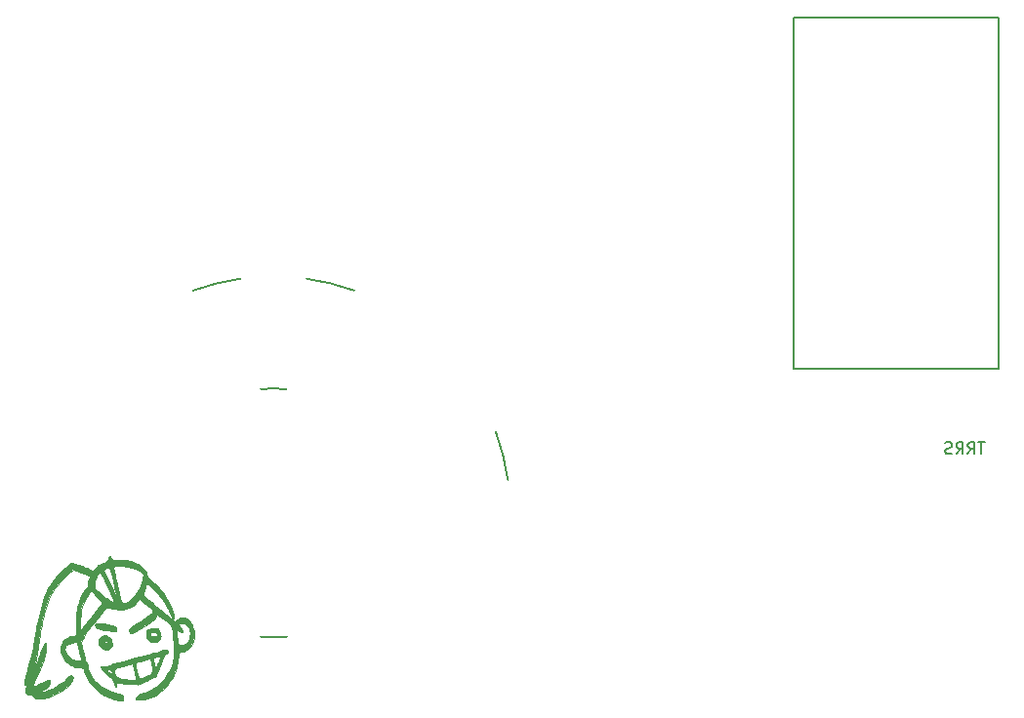
<source format=gbo>
%TF.GenerationSoftware,KiCad,Pcbnew,(6.0.4)*%
%TF.CreationDate,2022-08-14T15:03:19+10:00*%
%TF.ProjectId,budgie,62756467-6965-42e6-9b69-6361645f7063,2*%
%TF.SameCoordinates,Original*%
%TF.FileFunction,Legend,Bot*%
%TF.FilePolarity,Positive*%
%FSLAX46Y46*%
G04 Gerber Fmt 4.6, Leading zero omitted, Abs format (unit mm)*
G04 Created by KiCad (PCBNEW (6.0.4)) date 2022-08-14 15:03:19*
%MOMM*%
%LPD*%
G01*
G04 APERTURE LIST*
%ADD10C,0.150000*%
%ADD11C,0.200000*%
%ADD12C,0.010000*%
G04 APERTURE END LIST*
D10*
%TO.C,J2*%
X175185904Y-82629380D02*
X174614476Y-82629380D01*
X174900190Y-83629380D02*
X174900190Y-82629380D01*
X173709714Y-83629380D02*
X174043047Y-83153190D01*
X174281142Y-83629380D02*
X174281142Y-82629380D01*
X173900190Y-82629380D01*
X173804952Y-82677000D01*
X173757333Y-82724619D01*
X173709714Y-82819857D01*
X173709714Y-82962714D01*
X173757333Y-83057952D01*
X173804952Y-83105571D01*
X173900190Y-83153190D01*
X174281142Y-83153190D01*
X172709714Y-83629380D02*
X173043047Y-83153190D01*
X173281142Y-83629380D02*
X173281142Y-82629380D01*
X172900190Y-82629380D01*
X172804952Y-82677000D01*
X172757333Y-82724619D01*
X172709714Y-82819857D01*
X172709714Y-82962714D01*
X172757333Y-83057952D01*
X172804952Y-83105571D01*
X172900190Y-83153190D01*
X173281142Y-83153190D01*
X172328761Y-83581761D02*
X172185904Y-83629380D01*
X171947809Y-83629380D01*
X171852571Y-83581761D01*
X171804952Y-83534142D01*
X171757333Y-83438904D01*
X171757333Y-83343666D01*
X171804952Y-83248428D01*
X171852571Y-83200809D01*
X171947809Y-83153190D01*
X172138285Y-83105571D01*
X172233523Y-83057952D01*
X172281142Y-83010333D01*
X172328761Y-82915095D01*
X172328761Y-82819857D01*
X172281142Y-82724619D01*
X172233523Y-82677000D01*
X172138285Y-82629380D01*
X171900190Y-82629380D01*
X171757333Y-82677000D01*
D11*
%TO.C,REF\u002A\u002A*%
X113500000Y-77955000D02*
G75*
G03*
X112371615Y-78014136I-6J-10794921D01*
G01*
X113500000Y-99545001D02*
G75*
G03*
X114628385Y-99485864I0J10794901D01*
G01*
X133820000Y-85892500D02*
G75*
G03*
X132786134Y-81741952I-20320000J-2857500D01*
G01*
X114628385Y-78014137D02*
G75*
G03*
X113500000Y-77955000I-1128385J-10735763D01*
G01*
X120508049Y-69463867D02*
G75*
G03*
X116357500Y-68430000I-7008049J-19286133D01*
G01*
X112371615Y-99485864D02*
G75*
G03*
X113500000Y-99545000I1128379J10735785D01*
G01*
X110642500Y-68429999D02*
G75*
G03*
X106491954Y-69463865I2857500J-20320001D01*
G01*
D10*
%TO.C,U1*%
X176390000Y-45760000D02*
X176390000Y-76240000D01*
X158610000Y-45760000D02*
X176390000Y-45760000D01*
X176390000Y-76240000D02*
X158610000Y-76240000D01*
X158610000Y-45760000D02*
X158610000Y-76240000D01*
%TO.C,Ref\u002A\u002A*%
G36*
X103430294Y-102541700D02*
G01*
X103383292Y-102657369D01*
X103346768Y-102753912D01*
X103324580Y-102821783D01*
X103312151Y-102866671D01*
X103292941Y-102925384D01*
X103273085Y-102958346D01*
X103245180Y-102975510D01*
X103201826Y-102986825D01*
X103127070Y-103005233D01*
X103040762Y-103033578D01*
X102950971Y-103072519D01*
X102847323Y-103126654D01*
X102781902Y-103164472D01*
X102719444Y-103200578D01*
X102625799Y-103254281D01*
X102528316Y-103306364D01*
X102443763Y-103347789D01*
X102383627Y-103372670D01*
X102325515Y-103394199D01*
X102238740Y-103429429D01*
X102136912Y-103472829D01*
X102031923Y-103519438D01*
X102008126Y-103530213D01*
X101896709Y-103579289D01*
X101813128Y-103611955D01*
X101748754Y-103630064D01*
X101694957Y-103635471D01*
X101643106Y-103630033D01*
X101584573Y-103615604D01*
X101526482Y-103604303D01*
X101415639Y-103596322D01*
X101277656Y-103597856D01*
X101234644Y-103599397D01*
X101013839Y-103598991D01*
X100780542Y-103586706D01*
X100552773Y-103563825D01*
X100348551Y-103531632D01*
X100342518Y-103530453D01*
X100197051Y-103502490D01*
X100087364Y-103484102D01*
X100007886Y-103476722D01*
X99953047Y-103481784D01*
X99917277Y-103500722D01*
X99895003Y-103534968D01*
X99880657Y-103585956D01*
X99868667Y-103655120D01*
X99856861Y-103722398D01*
X99844724Y-103779950D01*
X99836008Y-103808578D01*
X99813003Y-103827047D01*
X99781148Y-103811561D01*
X99745206Y-103758090D01*
X99706511Y-103668700D01*
X99666394Y-103545460D01*
X99631292Y-103430631D01*
X99592211Y-103327533D01*
X99547718Y-103245989D01*
X99490468Y-103175296D01*
X99413118Y-103104751D01*
X99308323Y-103023652D01*
X99189161Y-102930500D01*
X99054863Y-102815187D01*
X98926375Y-102694699D01*
X98807645Y-102573481D01*
X98702623Y-102455979D01*
X98637983Y-102375081D01*
X99002239Y-102375081D01*
X99014462Y-102400518D01*
X99053371Y-102445642D01*
X99110411Y-102500274D01*
X99176742Y-102556530D01*
X99243523Y-102606524D01*
X99301916Y-102642372D01*
X99380927Y-102674275D01*
X99443133Y-102681024D01*
X99479418Y-102660330D01*
X99484936Y-102643653D01*
X99485231Y-102589363D01*
X99473935Y-102521023D01*
X99454332Y-102455257D01*
X99446603Y-102440641D01*
X99679573Y-102440641D01*
X99680164Y-102461864D01*
X99692711Y-102558586D01*
X99699999Y-102589363D01*
X99718392Y-102667050D01*
X99752990Y-102773778D01*
X99792289Y-102865294D01*
X99832073Y-102928118D01*
X99873491Y-102965743D01*
X99971248Y-103023881D01*
X100103673Y-103078324D01*
X100266068Y-103127719D01*
X100453733Y-103170711D01*
X100661967Y-103205943D01*
X100886073Y-103232061D01*
X100954607Y-103237862D01*
X101132697Y-103247851D01*
X101284605Y-103248523D01*
X101406509Y-103240084D01*
X101494586Y-103222738D01*
X101545014Y-103196692D01*
X101547082Y-103193783D01*
X101551261Y-103164472D01*
X101546801Y-103107007D01*
X101533306Y-103019266D01*
X101510376Y-102899131D01*
X101477614Y-102744483D01*
X101434623Y-102553201D01*
X101381003Y-102323167D01*
X101378532Y-102312709D01*
X101344020Y-102168420D01*
X101316731Y-102059647D01*
X101294826Y-101980925D01*
X101276467Y-101926790D01*
X101274126Y-101921867D01*
X101503501Y-101921867D01*
X101512912Y-102005498D01*
X101533087Y-102115355D01*
X101564492Y-102256211D01*
X101607593Y-102432842D01*
X101637745Y-102551532D01*
X101682183Y-102717801D01*
X101720612Y-102848343D01*
X101754328Y-102946796D01*
X101784626Y-103016799D01*
X101812802Y-103061991D01*
X101840151Y-103086011D01*
X101843422Y-103087713D01*
X101885930Y-103101507D01*
X101940134Y-103102829D01*
X102012816Y-103090577D01*
X102110757Y-103063649D01*
X102240739Y-103020943D01*
X102279877Y-103007339D01*
X102472510Y-102934544D01*
X102627169Y-102864292D01*
X102747274Y-102794328D01*
X102836243Y-102722397D01*
X102897497Y-102646246D01*
X102934456Y-102563619D01*
X102948752Y-102489599D01*
X102956183Y-102371971D01*
X102954057Y-102232006D01*
X102943360Y-102079740D01*
X102925080Y-101925207D01*
X102900203Y-101778444D01*
X102869717Y-101649486D01*
X102834608Y-101548369D01*
X102808239Y-101495107D01*
X102784255Y-101464392D01*
X103069089Y-101464392D01*
X103076928Y-101527508D01*
X103092577Y-101622198D01*
X103098779Y-101656872D01*
X103121593Y-101769391D01*
X103147191Y-101879086D01*
X103171116Y-101966426D01*
X103171509Y-101967688D01*
X103197822Y-102039698D01*
X103224936Y-102094204D01*
X103247041Y-102119494D01*
X103269592Y-102116448D01*
X103310433Y-102077360D01*
X103362184Y-101998072D01*
X103424625Y-101878933D01*
X103497538Y-101720291D01*
X103528482Y-101649279D01*
X103586509Y-101511539D01*
X103625814Y-101406265D01*
X103645949Y-101329406D01*
X103646469Y-101276912D01*
X103626927Y-101244732D01*
X103586877Y-101228817D01*
X103525873Y-101225114D01*
X103443467Y-101229574D01*
X103344575Y-101240436D01*
X103230528Y-101266420D01*
X103149116Y-101306025D01*
X103095352Y-101361138D01*
X103093507Y-101363967D01*
X103077272Y-101392674D01*
X103069168Y-101422798D01*
X103069089Y-101464392D01*
X102784255Y-101464392D01*
X102774101Y-101451388D01*
X102730799Y-101429740D01*
X102670910Y-101428848D01*
X102587013Y-101447398D01*
X102471685Y-101484074D01*
X102379564Y-101513495D01*
X102246591Y-101552250D01*
X102105985Y-101590116D01*
X101976156Y-101621971D01*
X101937739Y-101630818D01*
X101812083Y-101660616D01*
X101719390Y-101684786D01*
X101652901Y-101705666D01*
X101605859Y-101725600D01*
X101571507Y-101746927D01*
X101543085Y-101771988D01*
X101535187Y-101780578D01*
X101515104Y-101814181D01*
X101504387Y-101859686D01*
X101503501Y-101921867D01*
X101274126Y-101921867D01*
X101259817Y-101891777D01*
X101243036Y-101870421D01*
X101224288Y-101857258D01*
X101223076Y-101856662D01*
X101197537Y-101853226D01*
X101150425Y-101857946D01*
X101077946Y-101871625D01*
X100976305Y-101895066D01*
X100841707Y-101929072D01*
X100670358Y-101974445D01*
X100642085Y-101982048D01*
X100436867Y-102037714D01*
X100268007Y-102084672D01*
X100131328Y-102124365D01*
X100022653Y-102158230D01*
X99937805Y-102187708D01*
X99872606Y-102214238D01*
X99822880Y-102239260D01*
X99784450Y-102264212D01*
X99753137Y-102290535D01*
X99715717Y-102329616D01*
X99687092Y-102380009D01*
X99679573Y-102440641D01*
X99446603Y-102440641D01*
X99429704Y-102408685D01*
X99420580Y-102399383D01*
X99370032Y-102370031D01*
X99299623Y-102347986D01*
X99219427Y-102334040D01*
X99139518Y-102328984D01*
X99069968Y-102333611D01*
X99020850Y-102348713D01*
X99002239Y-102375081D01*
X98637983Y-102375081D01*
X98615257Y-102346639D01*
X98549495Y-102249905D01*
X98509288Y-102170225D01*
X98498583Y-102112044D01*
X98501692Y-102094300D01*
X98522390Y-102064119D01*
X98571468Y-102052111D01*
X98579677Y-102051583D01*
X98647304Y-102058273D01*
X98716928Y-102078569D01*
X98725976Y-102082180D01*
X98797340Y-102102864D01*
X98861949Y-102111082D01*
X98920743Y-102103945D01*
X99007059Y-102081854D01*
X99106168Y-102048538D01*
X99209151Y-102007801D01*
X99307092Y-101963448D01*
X99391073Y-101919284D01*
X99452176Y-101879114D01*
X99481485Y-101846742D01*
X99495583Y-101828528D01*
X99541846Y-101802026D01*
X99600476Y-101785789D01*
X99652791Y-101786398D01*
X99655462Y-101786997D01*
X99704936Y-101786851D01*
X99788136Y-101775737D01*
X99898956Y-101755191D01*
X100031291Y-101726750D01*
X100179034Y-101691949D01*
X100336079Y-101652325D01*
X100496321Y-101609413D01*
X100653653Y-101564750D01*
X100801969Y-101519872D01*
X100935165Y-101476315D01*
X101047133Y-101435615D01*
X101095179Y-101417628D01*
X101185972Y-101387346D01*
X101292159Y-101356535D01*
X101419005Y-101323869D01*
X101571776Y-101288020D01*
X101755737Y-101247660D01*
X101976156Y-101201464D01*
X102004851Y-101195398D01*
X102110374Y-101171540D01*
X102241974Y-101140098D01*
X102393541Y-101102676D01*
X102558968Y-101060882D01*
X102732146Y-101016320D01*
X102906966Y-100970598D01*
X103077322Y-100925320D01*
X103237103Y-100882093D01*
X103380202Y-100842524D01*
X103500510Y-100808217D01*
X103591920Y-100780779D01*
X103648323Y-100761816D01*
X103662399Y-100756076D01*
X103729698Y-100721622D01*
X103782341Y-100684821D01*
X103794883Y-100674297D01*
X103825497Y-100656794D01*
X103867267Y-100646947D01*
X103930563Y-100642979D01*
X104025758Y-100643112D01*
X104039976Y-100643343D01*
X104169252Y-100650115D01*
X104259952Y-100666575D01*
X104315000Y-100695297D01*
X104337318Y-100738859D01*
X104329828Y-100799835D01*
X104295453Y-100880801D01*
X104279560Y-100910733D01*
X104238991Y-100969246D01*
X104188839Y-101006589D01*
X104112969Y-101036531D01*
X104109603Y-101037671D01*
X104031961Y-101086785D01*
X103962491Y-101176262D01*
X103915103Y-101276912D01*
X103901959Y-101304830D01*
X103851132Y-101471219D01*
X103836873Y-101527174D01*
X103806933Y-101633267D01*
X103772356Y-101739259D01*
X103730253Y-101852730D01*
X103677734Y-101981255D01*
X103611912Y-102132413D01*
X103529896Y-102313783D01*
X103503836Y-102371971D01*
X103483914Y-102416457D01*
X103430294Y-102541700D01*
G37*
D12*
X103430294Y-102541700D02*
X103383292Y-102657369D01*
X103346768Y-102753912D01*
X103324580Y-102821783D01*
X103312151Y-102866671D01*
X103292941Y-102925384D01*
X103273085Y-102958346D01*
X103245180Y-102975510D01*
X103201826Y-102986825D01*
X103127070Y-103005233D01*
X103040762Y-103033578D01*
X102950971Y-103072519D01*
X102847323Y-103126654D01*
X102781902Y-103164472D01*
X102719444Y-103200578D01*
X102625799Y-103254281D01*
X102528316Y-103306364D01*
X102443763Y-103347789D01*
X102383627Y-103372670D01*
X102325515Y-103394199D01*
X102238740Y-103429429D01*
X102136912Y-103472829D01*
X102031923Y-103519438D01*
X102008126Y-103530213D01*
X101896709Y-103579289D01*
X101813128Y-103611955D01*
X101748754Y-103630064D01*
X101694957Y-103635471D01*
X101643106Y-103630033D01*
X101584573Y-103615604D01*
X101526482Y-103604303D01*
X101415639Y-103596322D01*
X101277656Y-103597856D01*
X101234644Y-103599397D01*
X101013839Y-103598991D01*
X100780542Y-103586706D01*
X100552773Y-103563825D01*
X100348551Y-103531632D01*
X100342518Y-103530453D01*
X100197051Y-103502490D01*
X100087364Y-103484102D01*
X100007886Y-103476722D01*
X99953047Y-103481784D01*
X99917277Y-103500722D01*
X99895003Y-103534968D01*
X99880657Y-103585956D01*
X99868667Y-103655120D01*
X99856861Y-103722398D01*
X99844724Y-103779950D01*
X99836008Y-103808578D01*
X99813003Y-103827047D01*
X99781148Y-103811561D01*
X99745206Y-103758090D01*
X99706511Y-103668700D01*
X99666394Y-103545460D01*
X99631292Y-103430631D01*
X99592211Y-103327533D01*
X99547718Y-103245989D01*
X99490468Y-103175296D01*
X99413118Y-103104751D01*
X99308323Y-103023652D01*
X99189161Y-102930500D01*
X99054863Y-102815187D01*
X98926375Y-102694699D01*
X98807645Y-102573481D01*
X98702623Y-102455979D01*
X98637983Y-102375081D01*
X99002239Y-102375081D01*
X99014462Y-102400518D01*
X99053371Y-102445642D01*
X99110411Y-102500274D01*
X99176742Y-102556530D01*
X99243523Y-102606524D01*
X99301916Y-102642372D01*
X99380927Y-102674275D01*
X99443133Y-102681024D01*
X99479418Y-102660330D01*
X99484936Y-102643653D01*
X99485231Y-102589363D01*
X99473935Y-102521023D01*
X99454332Y-102455257D01*
X99446603Y-102440641D01*
X99679573Y-102440641D01*
X99680164Y-102461864D01*
X99692711Y-102558586D01*
X99699999Y-102589363D01*
X99718392Y-102667050D01*
X99752990Y-102773778D01*
X99792289Y-102865294D01*
X99832073Y-102928118D01*
X99873491Y-102965743D01*
X99971248Y-103023881D01*
X100103673Y-103078324D01*
X100266068Y-103127719D01*
X100453733Y-103170711D01*
X100661967Y-103205943D01*
X100886073Y-103232061D01*
X100954607Y-103237862D01*
X101132697Y-103247851D01*
X101284605Y-103248523D01*
X101406509Y-103240084D01*
X101494586Y-103222738D01*
X101545014Y-103196692D01*
X101547082Y-103193783D01*
X101551261Y-103164472D01*
X101546801Y-103107007D01*
X101533306Y-103019266D01*
X101510376Y-102899131D01*
X101477614Y-102744483D01*
X101434623Y-102553201D01*
X101381003Y-102323167D01*
X101378532Y-102312709D01*
X101344020Y-102168420D01*
X101316731Y-102059647D01*
X101294826Y-101980925D01*
X101276467Y-101926790D01*
X101274126Y-101921867D01*
X101503501Y-101921867D01*
X101512912Y-102005498D01*
X101533087Y-102115355D01*
X101564492Y-102256211D01*
X101607593Y-102432842D01*
X101637745Y-102551532D01*
X101682183Y-102717801D01*
X101720612Y-102848343D01*
X101754328Y-102946796D01*
X101784626Y-103016799D01*
X101812802Y-103061991D01*
X101840151Y-103086011D01*
X101843422Y-103087713D01*
X101885930Y-103101507D01*
X101940134Y-103102829D01*
X102012816Y-103090577D01*
X102110757Y-103063649D01*
X102240739Y-103020943D01*
X102279877Y-103007339D01*
X102472510Y-102934544D01*
X102627169Y-102864292D01*
X102747274Y-102794328D01*
X102836243Y-102722397D01*
X102897497Y-102646246D01*
X102934456Y-102563619D01*
X102948752Y-102489599D01*
X102956183Y-102371971D01*
X102954057Y-102232006D01*
X102943360Y-102079740D01*
X102925080Y-101925207D01*
X102900203Y-101778444D01*
X102869717Y-101649486D01*
X102834608Y-101548369D01*
X102808239Y-101495107D01*
X102784255Y-101464392D01*
X103069089Y-101464392D01*
X103076928Y-101527508D01*
X103092577Y-101622198D01*
X103098779Y-101656872D01*
X103121593Y-101769391D01*
X103147191Y-101879086D01*
X103171116Y-101966426D01*
X103171509Y-101967688D01*
X103197822Y-102039698D01*
X103224936Y-102094204D01*
X103247041Y-102119494D01*
X103269592Y-102116448D01*
X103310433Y-102077360D01*
X103362184Y-101998072D01*
X103424625Y-101878933D01*
X103497538Y-101720291D01*
X103528482Y-101649279D01*
X103586509Y-101511539D01*
X103625814Y-101406265D01*
X103645949Y-101329406D01*
X103646469Y-101276912D01*
X103626927Y-101244732D01*
X103586877Y-101228817D01*
X103525873Y-101225114D01*
X103443467Y-101229574D01*
X103344575Y-101240436D01*
X103230528Y-101266420D01*
X103149116Y-101306025D01*
X103095352Y-101361138D01*
X103093507Y-101363967D01*
X103077272Y-101392674D01*
X103069168Y-101422798D01*
X103069089Y-101464392D01*
X102784255Y-101464392D01*
X102774101Y-101451388D01*
X102730799Y-101429740D01*
X102670910Y-101428848D01*
X102587013Y-101447398D01*
X102471685Y-101484074D01*
X102379564Y-101513495D01*
X102246591Y-101552250D01*
X102105985Y-101590116D01*
X101976156Y-101621971D01*
X101937739Y-101630818D01*
X101812083Y-101660616D01*
X101719390Y-101684786D01*
X101652901Y-101705666D01*
X101605859Y-101725600D01*
X101571507Y-101746927D01*
X101543085Y-101771988D01*
X101535187Y-101780578D01*
X101515104Y-101814181D01*
X101504387Y-101859686D01*
X101503501Y-101921867D01*
X101274126Y-101921867D01*
X101259817Y-101891777D01*
X101243036Y-101870421D01*
X101224288Y-101857258D01*
X101223076Y-101856662D01*
X101197537Y-101853226D01*
X101150425Y-101857946D01*
X101077946Y-101871625D01*
X100976305Y-101895066D01*
X100841707Y-101929072D01*
X100670358Y-101974445D01*
X100642085Y-101982048D01*
X100436867Y-102037714D01*
X100268007Y-102084672D01*
X100131328Y-102124365D01*
X100022653Y-102158230D01*
X99937805Y-102187708D01*
X99872606Y-102214238D01*
X99822880Y-102239260D01*
X99784450Y-102264212D01*
X99753137Y-102290535D01*
X99715717Y-102329616D01*
X99687092Y-102380009D01*
X99679573Y-102440641D01*
X99446603Y-102440641D01*
X99429704Y-102408685D01*
X99420580Y-102399383D01*
X99370032Y-102370031D01*
X99299623Y-102347986D01*
X99219427Y-102334040D01*
X99139518Y-102328984D01*
X99069968Y-102333611D01*
X99020850Y-102348713D01*
X99002239Y-102375081D01*
X98637983Y-102375081D01*
X98615257Y-102346639D01*
X98549495Y-102249905D01*
X98509288Y-102170225D01*
X98498583Y-102112044D01*
X98501692Y-102094300D01*
X98522390Y-102064119D01*
X98571468Y-102052111D01*
X98579677Y-102051583D01*
X98647304Y-102058273D01*
X98716928Y-102078569D01*
X98725976Y-102082180D01*
X98797340Y-102102864D01*
X98861949Y-102111082D01*
X98920743Y-102103945D01*
X99007059Y-102081854D01*
X99106168Y-102048538D01*
X99209151Y-102007801D01*
X99307092Y-101963448D01*
X99391073Y-101919284D01*
X99452176Y-101879114D01*
X99481485Y-101846742D01*
X99495583Y-101828528D01*
X99541846Y-101802026D01*
X99600476Y-101785789D01*
X99652791Y-101786398D01*
X99655462Y-101786997D01*
X99704936Y-101786851D01*
X99788136Y-101775737D01*
X99898956Y-101755191D01*
X100031291Y-101726750D01*
X100179034Y-101691949D01*
X100336079Y-101652325D01*
X100496321Y-101609413D01*
X100653653Y-101564750D01*
X100801969Y-101519872D01*
X100935165Y-101476315D01*
X101047133Y-101435615D01*
X101095179Y-101417628D01*
X101185972Y-101387346D01*
X101292159Y-101356535D01*
X101419005Y-101323869D01*
X101571776Y-101288020D01*
X101755737Y-101247660D01*
X101976156Y-101201464D01*
X102004851Y-101195398D01*
X102110374Y-101171540D01*
X102241974Y-101140098D01*
X102393541Y-101102676D01*
X102558968Y-101060882D01*
X102732146Y-101016320D01*
X102906966Y-100970598D01*
X103077322Y-100925320D01*
X103237103Y-100882093D01*
X103380202Y-100842524D01*
X103500510Y-100808217D01*
X103591920Y-100780779D01*
X103648323Y-100761816D01*
X103662399Y-100756076D01*
X103729698Y-100721622D01*
X103782341Y-100684821D01*
X103794883Y-100674297D01*
X103825497Y-100656794D01*
X103867267Y-100646947D01*
X103930563Y-100642979D01*
X104025758Y-100643112D01*
X104039976Y-100643343D01*
X104169252Y-100650115D01*
X104259952Y-100666575D01*
X104315000Y-100695297D01*
X104337318Y-100738859D01*
X104329828Y-100799835D01*
X104295453Y-100880801D01*
X104279560Y-100910733D01*
X104238991Y-100969246D01*
X104188839Y-101006589D01*
X104112969Y-101036531D01*
X104109603Y-101037671D01*
X104031961Y-101086785D01*
X103962491Y-101176262D01*
X103915103Y-101276912D01*
X103901959Y-101304830D01*
X103851132Y-101471219D01*
X103836873Y-101527174D01*
X103806933Y-101633267D01*
X103772356Y-101739259D01*
X103730253Y-101852730D01*
X103677734Y-101981255D01*
X103611912Y-102132413D01*
X103529896Y-102313783D01*
X103503836Y-102371971D01*
X103483914Y-102416457D01*
X103430294Y-102541700D01*
G36*
X98465174Y-98330822D02*
G01*
X98654491Y-98346164D01*
X98871326Y-98376305D01*
X99114108Y-98421415D01*
X99381264Y-98481664D01*
X99521249Y-98518007D01*
X99641597Y-98556810D01*
X99729176Y-98597643D01*
X99788841Y-98644434D01*
X99825448Y-98701109D01*
X99843851Y-98771593D01*
X99848906Y-98859813D01*
X99848896Y-98865604D01*
X99845547Y-98933943D01*
X99834186Y-98971001D01*
X99811864Y-98986888D01*
X99800827Y-98989357D01*
X99741205Y-98994182D01*
X99650465Y-98994829D01*
X99536922Y-98991762D01*
X99408894Y-98985446D01*
X99274694Y-98976345D01*
X99142638Y-98964923D01*
X99021043Y-98951646D01*
X98918223Y-98936977D01*
X98778692Y-98912462D01*
X98578130Y-98871763D01*
X98413863Y-98830031D01*
X98282124Y-98785927D01*
X98179152Y-98738110D01*
X98101181Y-98685241D01*
X98044448Y-98625981D01*
X98042618Y-98623536D01*
X97995260Y-98540039D01*
X97986431Y-98470153D01*
X98014558Y-98414047D01*
X98078069Y-98371892D01*
X98175390Y-98343856D01*
X98304950Y-98330109D01*
X98465174Y-98330822D01*
G37*
X98465174Y-98330822D02*
X98654491Y-98346164D01*
X98871326Y-98376305D01*
X99114108Y-98421415D01*
X99381264Y-98481664D01*
X99521249Y-98518007D01*
X99641597Y-98556810D01*
X99729176Y-98597643D01*
X99788841Y-98644434D01*
X99825448Y-98701109D01*
X99843851Y-98771593D01*
X99848906Y-98859813D01*
X99848896Y-98865604D01*
X99845547Y-98933943D01*
X99834186Y-98971001D01*
X99811864Y-98986888D01*
X99800827Y-98989357D01*
X99741205Y-98994182D01*
X99650465Y-98994829D01*
X99536922Y-98991762D01*
X99408894Y-98985446D01*
X99274694Y-98976345D01*
X99142638Y-98964923D01*
X99021043Y-98951646D01*
X98918223Y-98936977D01*
X98778692Y-98912462D01*
X98578130Y-98871763D01*
X98413863Y-98830031D01*
X98282124Y-98785927D01*
X98179152Y-98738110D01*
X98101181Y-98685241D01*
X98044448Y-98625981D01*
X98042618Y-98623536D01*
X97995260Y-98540039D01*
X97986431Y-98470153D01*
X98014558Y-98414047D01*
X98078069Y-98371892D01*
X98175390Y-98343856D01*
X98304950Y-98330109D01*
X98465174Y-98330822D01*
G36*
X106545597Y-99836714D02*
G01*
X106462504Y-100074077D01*
X106344496Y-100292586D01*
X106290304Y-100370075D01*
X106145916Y-100530915D01*
X105980505Y-100661446D01*
X105799194Y-100758662D01*
X105607107Y-100819560D01*
X105409368Y-100841132D01*
X105357510Y-100845188D01*
X105324232Y-100865532D01*
X105298624Y-100913990D01*
X105298378Y-100914589D01*
X105285998Y-100959011D01*
X105269938Y-101037288D01*
X105251603Y-101141448D01*
X105232399Y-101263519D01*
X105213731Y-101395532D01*
X105196740Y-101517324D01*
X105174995Y-101661268D01*
X105152971Y-101796214D01*
X105132475Y-101911155D01*
X105115313Y-101995083D01*
X105094097Y-102082342D01*
X104982212Y-102442430D01*
X104835071Y-102792376D01*
X104655603Y-103128710D01*
X104446738Y-103447958D01*
X104211404Y-103746650D01*
X103952532Y-104021312D01*
X103673050Y-104268474D01*
X103375887Y-104484662D01*
X103063973Y-104666406D01*
X102740237Y-104810233D01*
X102679351Y-104832319D01*
X102503029Y-104887439D01*
X102329101Y-104929766D01*
X102161786Y-104959306D01*
X102005303Y-104976064D01*
X101863872Y-104980046D01*
X101741714Y-104971259D01*
X101643047Y-104949708D01*
X101572092Y-104915399D01*
X101533069Y-104868338D01*
X101530196Y-104808532D01*
X101540873Y-104778295D01*
X101595062Y-104702285D01*
X101688950Y-104625758D01*
X101823184Y-104548319D01*
X101998408Y-104469571D01*
X102215268Y-104389120D01*
X102290559Y-104362913D01*
X102525407Y-104273889D01*
X102733410Y-104181427D01*
X102926378Y-104079440D01*
X103116121Y-103961839D01*
X103314451Y-103822538D01*
X103500995Y-103676242D01*
X103794483Y-103404646D01*
X104056178Y-103106728D01*
X104284489Y-102784834D01*
X104477829Y-102441310D01*
X104634609Y-102078500D01*
X104753240Y-101698750D01*
X104769443Y-101632364D01*
X104784059Y-101561295D01*
X104795010Y-101488496D01*
X104803062Y-101405845D01*
X104808980Y-101305223D01*
X104813531Y-101178508D01*
X104817480Y-101017581D01*
X104818601Y-100951360D01*
X104819526Y-100775779D01*
X104818322Y-100577400D01*
X104815169Y-100369762D01*
X104810246Y-100166406D01*
X104803733Y-99980871D01*
X104792391Y-99730503D01*
X104778996Y-99491299D01*
X104763536Y-99286351D01*
X104751631Y-99174863D01*
X105077722Y-99174863D01*
X105086403Y-99305022D01*
X105107159Y-99469600D01*
X105140035Y-99670635D01*
X105185078Y-99910167D01*
X105199613Y-99978980D01*
X105221687Y-100069083D01*
X105242607Y-100139827D01*
X105259301Y-100180042D01*
X105263151Y-100185842D01*
X105289880Y-100212020D01*
X105331017Y-100223868D01*
X105400352Y-100225866D01*
X105482771Y-100221150D01*
X105665765Y-100183439D01*
X105828067Y-100109812D01*
X105967748Y-100001976D01*
X106082880Y-99861639D01*
X106171534Y-99690506D01*
X106231779Y-99490285D01*
X106257054Y-99297004D01*
X106251897Y-99102422D01*
X106217432Y-98916878D01*
X106155759Y-98746149D01*
X106068978Y-98596013D01*
X105959188Y-98472247D01*
X105828489Y-98380628D01*
X105764688Y-98356132D01*
X105670286Y-98335820D01*
X105565832Y-98324733D01*
X105463995Y-98323543D01*
X105377443Y-98332924D01*
X105318844Y-98353548D01*
X105287492Y-98381883D01*
X105275407Y-98419996D01*
X105287387Y-98471674D01*
X105324896Y-98542842D01*
X105389397Y-98639427D01*
X105431946Y-98699944D01*
X105504969Y-98805575D01*
X105557558Y-98885456D01*
X105592904Y-98945231D01*
X105614200Y-98990545D01*
X105624637Y-99027043D01*
X105627406Y-99060371D01*
X105627397Y-99067158D01*
X105623828Y-99111367D01*
X105605237Y-99124990D01*
X105559190Y-99118648D01*
X105557442Y-99118285D01*
X105503263Y-99100906D01*
X105428440Y-99069761D01*
X105348618Y-99031336D01*
X105340086Y-99026959D01*
X105265698Y-98991883D01*
X105202568Y-98967075D01*
X105163579Y-98957667D01*
X105162826Y-98957670D01*
X105123668Y-98970528D01*
X105096401Y-99009654D01*
X105081070Y-99077087D01*
X105077722Y-99174863D01*
X104751631Y-99174863D01*
X104744857Y-99111425D01*
X104721802Y-98962287D01*
X104693216Y-98834703D01*
X104657945Y-98724440D01*
X104614831Y-98627262D01*
X104562720Y-98538938D01*
X104500457Y-98455232D01*
X104426886Y-98371910D01*
X104340851Y-98284740D01*
X104254055Y-98204021D01*
X104159195Y-98122962D01*
X104070599Y-98053741D01*
X103999751Y-98005749D01*
X103967490Y-97985852D01*
X103878494Y-97925455D01*
X103780896Y-97853506D01*
X103690656Y-97781577D01*
X103607399Y-97712629D01*
X103521312Y-97645124D01*
X103458786Y-97603355D01*
X103415407Y-97585746D01*
X103386765Y-97590723D01*
X103368446Y-97616710D01*
X103356038Y-97662134D01*
X103349253Y-97681843D01*
X103318868Y-97738050D01*
X103271281Y-97809919D01*
X103213318Y-97886711D01*
X103176995Y-97930778D01*
X103139165Y-97972909D01*
X103097771Y-98013498D01*
X103048251Y-98056061D01*
X102986042Y-98104112D01*
X102906583Y-98161165D01*
X102805309Y-98230735D01*
X102677660Y-98316337D01*
X102519072Y-98421484D01*
X102386253Y-98509217D01*
X102164199Y-98655321D01*
X101972904Y-98780140D01*
X101809570Y-98885265D01*
X101671399Y-98972288D01*
X101555592Y-99042798D01*
X101459353Y-99098386D01*
X101379882Y-99140643D01*
X101314382Y-99171158D01*
X101260056Y-99191524D01*
X101214104Y-99203330D01*
X101173729Y-99208166D01*
X101136133Y-99207624D01*
X101085203Y-99200764D01*
X101038405Y-99178019D01*
X100997889Y-99129161D01*
X100996115Y-99126483D01*
X100957843Y-99033031D01*
X100951940Y-98929919D01*
X100979475Y-98834241D01*
X101011872Y-98783316D01*
X101089812Y-98697511D01*
X101202750Y-98602200D01*
X101351981Y-98496419D01*
X101538796Y-98379205D01*
X101764489Y-98249597D01*
X101794771Y-98232606D01*
X101920003Y-98158828D01*
X102047902Y-98078769D01*
X102165046Y-98001006D01*
X102258014Y-97934121D01*
X102285292Y-97913221D01*
X102383764Y-97837941D01*
X102499579Y-97749587D01*
X102620493Y-97657495D01*
X102734264Y-97570998D01*
X102789111Y-97529106D01*
X102882048Y-97456109D01*
X102947046Y-97401021D01*
X102988680Y-97359506D01*
X103011521Y-97327226D01*
X103020144Y-97299843D01*
X103021553Y-97284803D01*
X103020108Y-97255411D01*
X103008641Y-97226588D01*
X102982520Y-97192962D01*
X102937115Y-97149160D01*
X102867794Y-97089809D01*
X102769927Y-97009537D01*
X102766536Y-97006773D01*
X102685408Y-96938965D01*
X102582426Y-96850509D01*
X102466383Y-96749087D01*
X102346073Y-96642382D01*
X102230290Y-96538076D01*
X101891758Y-96230289D01*
X101787228Y-96350436D01*
X101731595Y-96413180D01*
X101559590Y-96588588D01*
X101528834Y-96619953D01*
X101327464Y-96788216D01*
X101122452Y-96920410D01*
X100908766Y-97018976D01*
X100681372Y-97086358D01*
X100435239Y-97124996D01*
X100165332Y-97137333D01*
X99973453Y-97131319D01*
X99745831Y-97106067D01*
X99514283Y-97058864D01*
X99264371Y-96987306D01*
X99213981Y-96971610D01*
X99123201Y-96947203D01*
X99063355Y-96938397D01*
X99028989Y-96944195D01*
X99012223Y-96954712D01*
X98959177Y-97000587D01*
X98890710Y-97075218D01*
X98804645Y-97181087D01*
X98698808Y-97320674D01*
X98636628Y-97403066D01*
X98561375Y-97499417D01*
X98491781Y-97585299D01*
X98437370Y-97648757D01*
X98431959Y-97654783D01*
X98383331Y-97710715D01*
X98314945Y-97791386D01*
X98232728Y-97889713D01*
X98142608Y-97998612D01*
X98050513Y-98111000D01*
X97952072Y-98231262D01*
X97849440Y-98355760D01*
X97750404Y-98475106D01*
X97662642Y-98580048D01*
X97593833Y-98661333D01*
X97534075Y-98732047D01*
X97379976Y-98925321D01*
X97249953Y-99108684D01*
X97136737Y-99293699D01*
X97033064Y-99491929D01*
X96931666Y-99714935D01*
X96825099Y-99963231D01*
X96909109Y-100417685D01*
X96911036Y-100428096D01*
X96962974Y-100700507D01*
X97010812Y-100933798D01*
X97055331Y-101130793D01*
X97097312Y-101294320D01*
X97135384Y-101420091D01*
X97137537Y-101427205D01*
X97176788Y-101532274D01*
X97215846Y-101612354D01*
X97255493Y-101670270D01*
X97275843Y-101698260D01*
X97308156Y-101762141D01*
X97339053Y-101851263D01*
X97370359Y-101971259D01*
X97403903Y-102127760D01*
X97425656Y-102227702D01*
X97514203Y-102525771D01*
X97634709Y-102802902D01*
X97788250Y-103060205D01*
X97975904Y-103298791D01*
X98198751Y-103519771D01*
X98457866Y-103724254D01*
X98754329Y-103913352D01*
X99089217Y-104088175D01*
X99463609Y-104249833D01*
X99489553Y-104259961D01*
X99637254Y-104314995D01*
X99800010Y-104372146D01*
X99959801Y-104425224D01*
X100098609Y-104468035D01*
X100128726Y-104476821D01*
X100251115Y-104513865D01*
X100339524Y-104545914D01*
X100399582Y-104578266D01*
X100436915Y-104616221D01*
X100457149Y-104665077D01*
X100465913Y-104730135D01*
X100468832Y-104816692D01*
X100468048Y-104904737D01*
X100458226Y-104987486D01*
X100437174Y-105037770D01*
X100403537Y-105060660D01*
X100360432Y-105066035D01*
X100267995Y-105060270D01*
X100146424Y-105039756D01*
X100001242Y-105006356D01*
X99837970Y-104961932D01*
X99662129Y-104908347D01*
X99479243Y-104847463D01*
X99294832Y-104781142D01*
X99114418Y-104711247D01*
X98943523Y-104639641D01*
X98787669Y-104568185D01*
X98652378Y-104498742D01*
X98543171Y-104433175D01*
X98403288Y-104331530D01*
X98219850Y-104177649D01*
X98031557Y-103999482D01*
X97845961Y-103804639D01*
X97670617Y-103600731D01*
X97513078Y-103395367D01*
X97506832Y-103386656D01*
X97454930Y-103312817D01*
X97411291Y-103246348D01*
X97372658Y-103180517D01*
X97335774Y-103108590D01*
X97297384Y-103023835D01*
X97254231Y-102919518D01*
X97203057Y-102788907D01*
X97140608Y-102625268D01*
X97139246Y-102621676D01*
X97088672Y-102485859D01*
X97049948Y-102383359D01*
X97017394Y-102309134D01*
X96985332Y-102258146D01*
X96948081Y-102225353D01*
X96899963Y-102205716D01*
X96835298Y-102194195D01*
X96748407Y-102185750D01*
X96633611Y-102175340D01*
X96454334Y-102152797D01*
X96294129Y-102120691D01*
X96148515Y-102076432D01*
X96003459Y-102016482D01*
X95896559Y-101962905D01*
X95673698Y-101818725D01*
X95480513Y-101644484D01*
X95317450Y-101440701D01*
X95184957Y-101207895D01*
X95083480Y-100946587D01*
X95082416Y-100943145D01*
X95050099Y-100796678D01*
X95034116Y-100631287D01*
X95034370Y-100504669D01*
X95386269Y-100504669D01*
X95390337Y-100639148D01*
X95426385Y-100782371D01*
X95493721Y-100930209D01*
X95591651Y-101078532D01*
X95719485Y-101223212D01*
X95848181Y-101339264D01*
X95993036Y-101438434D01*
X96149120Y-101510170D01*
X96328933Y-101561409D01*
X96458681Y-101586129D01*
X96583668Y-101600077D01*
X96679464Y-101598637D01*
X96741044Y-101581563D01*
X96749641Y-101575903D01*
X96776751Y-101543317D01*
X96791188Y-101492569D01*
X96792559Y-101420091D01*
X96780470Y-101322314D01*
X96754528Y-101195669D01*
X96714341Y-101036587D01*
X96659515Y-100841500D01*
X96651196Y-100812652D01*
X96610789Y-100667353D01*
X96569570Y-100511943D01*
X96531936Y-100363287D01*
X96502282Y-100238250D01*
X96497501Y-100217037D01*
X96474258Y-100115166D01*
X96454156Y-100029056D01*
X96439207Y-99967228D01*
X96431424Y-99938206D01*
X96430600Y-99936301D01*
X96411565Y-99926018D01*
X96366709Y-99928632D01*
X96288885Y-99944457D01*
X96193117Y-99968913D01*
X96065555Y-100006358D01*
X95934188Y-100049237D01*
X95807972Y-100094325D01*
X95695859Y-100138400D01*
X95606803Y-100178237D01*
X95549755Y-100210612D01*
X95476838Y-100278456D01*
X95414871Y-100383062D01*
X95386269Y-100504669D01*
X95034370Y-100504669D01*
X95034456Y-100461473D01*
X95051110Y-100301733D01*
X95084066Y-100166567D01*
X95159695Y-99995023D01*
X95274726Y-99824753D01*
X95418155Y-99683737D01*
X95587338Y-99575081D01*
X95698811Y-99524041D01*
X95823946Y-99480766D01*
X95963783Y-99447856D01*
X96132099Y-99421426D01*
X96335239Y-99394849D01*
X96335451Y-98736909D01*
X96677713Y-98736909D01*
X96679160Y-98804953D01*
X96680177Y-98817453D01*
X96686331Y-98876274D01*
X96695448Y-98916828D01*
X96710307Y-98937146D01*
X96733685Y-98935257D01*
X96768358Y-98909191D01*
X96817105Y-98856977D01*
X96882702Y-98776646D01*
X96967928Y-98666227D01*
X97075559Y-98523750D01*
X97089906Y-98504768D01*
X97181049Y-98386876D01*
X97285976Y-98254654D01*
X97392816Y-98122929D01*
X97489697Y-98006527D01*
X97508292Y-97984414D01*
X97605623Y-97864497D01*
X97708081Y-97732544D01*
X97804555Y-97603093D01*
X97883938Y-97490678D01*
X97887749Y-97485068D01*
X97965279Y-97375358D01*
X98049955Y-97262325D01*
X98131793Y-97158965D01*
X98200808Y-97078274D01*
X98206654Y-97071852D01*
X98323462Y-96939389D01*
X98421278Y-96820334D01*
X98496074Y-96719800D01*
X98543823Y-96642899D01*
X98550522Y-96629012D01*
X98562096Y-96588588D01*
X98558305Y-96546217D01*
X98536163Y-96496373D01*
X98492685Y-96433532D01*
X98424886Y-96352169D01*
X98329780Y-96246758D01*
X98279521Y-96191909D01*
X98207021Y-96111267D01*
X98143727Y-96037915D01*
X98082883Y-95963499D01*
X98017736Y-95879667D01*
X97941531Y-95778066D01*
X97847513Y-95650342D01*
X97830103Y-95626907D01*
X97773946Y-95558312D01*
X97732242Y-95521666D01*
X97700489Y-95512758D01*
X97699779Y-95512886D01*
X97673960Y-95533145D01*
X97629736Y-95583084D01*
X97571227Y-95656945D01*
X97502557Y-95748971D01*
X97427848Y-95853406D01*
X97351222Y-95964491D01*
X97276800Y-96076471D01*
X97208706Y-96183587D01*
X97151062Y-96280083D01*
X97094604Y-96387223D01*
X96996680Y-96620047D01*
X96911274Y-96889676D01*
X96839157Y-97193501D01*
X96781104Y-97528917D01*
X96775653Y-97567685D01*
X96758284Y-97705491D01*
X96741196Y-97860488D01*
X96724982Y-98025274D01*
X96710233Y-98192445D01*
X96697540Y-98354597D01*
X96687495Y-98504327D01*
X96680689Y-98634232D01*
X96677713Y-98736909D01*
X96335451Y-98736909D01*
X96335458Y-98715883D01*
X96335462Y-98707750D01*
X96337468Y-98398478D01*
X96343490Y-98124510D01*
X96354106Y-97879121D01*
X96369895Y-97655586D01*
X96391436Y-97447180D01*
X96419307Y-97247178D01*
X96454086Y-97048855D01*
X96496352Y-96845486D01*
X96504134Y-96810939D01*
X96600454Y-96450433D01*
X96717139Y-96124691D01*
X96855513Y-95830867D01*
X97016901Y-95566114D01*
X97202627Y-95327583D01*
X97237859Y-95287171D01*
X97304393Y-95207069D01*
X97350315Y-95140322D01*
X97379973Y-95075797D01*
X97389868Y-95034839D01*
X97946419Y-95034839D01*
X97953099Y-95117412D01*
X97972737Y-95191316D01*
X98008968Y-95264024D01*
X98065422Y-95343010D01*
X98145734Y-95435746D01*
X98253536Y-95549705D01*
X98377471Y-95674832D01*
X98547991Y-95834710D01*
X98698409Y-95959622D01*
X98828287Y-96049246D01*
X98937190Y-96103257D01*
X99024680Y-96121333D01*
X99061187Y-96126229D01*
X99102304Y-96146059D01*
X99149853Y-96185849D01*
X99209679Y-96250576D01*
X99287629Y-96345218D01*
X99312688Y-96372369D01*
X99381946Y-96429063D01*
X99456962Y-96473635D01*
X99462239Y-96476087D01*
X99534992Y-96507720D01*
X99581285Y-96520487D01*
X99611316Y-96515558D01*
X99635285Y-96494105D01*
X99642564Y-96480048D01*
X99643159Y-96444777D01*
X99628921Y-96386819D01*
X99598366Y-96298313D01*
X99558074Y-96194732D01*
X99497656Y-96049612D01*
X99496631Y-96047250D01*
X99870073Y-96047250D01*
X99880656Y-96057833D01*
X99891239Y-96047250D01*
X99880656Y-96036667D01*
X99870073Y-96047250D01*
X99496631Y-96047250D01*
X99423058Y-95877665D01*
X99336931Y-95684599D01*
X99241926Y-95476123D01*
X99140693Y-95257947D01*
X99035885Y-95035779D01*
X98930152Y-94815329D01*
X98826144Y-94602305D01*
X98726514Y-94402417D01*
X98633913Y-94221373D01*
X98616489Y-94188421D01*
X98548536Y-94073189D01*
X98489453Y-93997064D01*
X98437852Y-93958520D01*
X98392347Y-93956035D01*
X98322095Y-93999359D01*
X98249169Y-94078564D01*
X98177726Y-94186581D01*
X98110821Y-94316720D01*
X98051513Y-94462292D01*
X98002856Y-94616608D01*
X97967908Y-94772979D01*
X97949725Y-94924716D01*
X97949066Y-94936124D01*
X97946419Y-95034839D01*
X97389868Y-95034839D01*
X97397716Y-95002357D01*
X97407893Y-94908869D01*
X97414852Y-94784197D01*
X97419418Y-94693865D01*
X97425662Y-94607045D01*
X97434244Y-94544902D01*
X97447284Y-94497490D01*
X97466900Y-94454865D01*
X97495213Y-94407082D01*
X97525529Y-94356602D01*
X97552512Y-94307368D01*
X97562906Y-94282116D01*
X97545176Y-94249620D01*
X97494193Y-94206352D01*
X97416601Y-94157818D01*
X97319058Y-94108750D01*
X97313111Y-94106103D01*
X97247948Y-94079841D01*
X97150697Y-94043602D01*
X97028639Y-93999877D01*
X96889054Y-93951159D01*
X96739220Y-93899938D01*
X96586418Y-93848707D01*
X96437927Y-93799958D01*
X96301026Y-93756182D01*
X96182995Y-93719871D01*
X96083668Y-93690169D01*
X95823162Y-93908088D01*
X95814889Y-93915024D01*
X95595057Y-94109455D01*
X95371807Y-94325144D01*
X95149900Y-94556398D01*
X94934099Y-94797523D01*
X94729164Y-95042829D01*
X94539859Y-95286621D01*
X94370945Y-95523209D01*
X94227184Y-95746899D01*
X94113337Y-95952000D01*
X94099122Y-95980488D01*
X93986317Y-96220510D01*
X93887832Y-96459004D01*
X93799738Y-96706931D01*
X93718106Y-96975248D01*
X93639006Y-97274917D01*
X93607466Y-97403205D01*
X93541888Y-97679202D01*
X93482342Y-97944896D01*
X93427410Y-98207782D01*
X93375675Y-98475352D01*
X93325720Y-98755101D01*
X93276126Y-99054522D01*
X93225478Y-99381110D01*
X93172358Y-99742359D01*
X93157854Y-99842681D01*
X93107974Y-100179205D01*
X93060585Y-100483953D01*
X93014278Y-100765011D01*
X92967646Y-101030469D01*
X92919280Y-101288415D01*
X92867772Y-101546938D01*
X92811715Y-101814126D01*
X92802706Y-101856300D01*
X92776336Y-101981714D01*
X92754112Y-102090376D01*
X92737255Y-102176133D01*
X92726981Y-102232834D01*
X92724510Y-102254326D01*
X92729433Y-102249968D01*
X92749240Y-102215281D01*
X92780943Y-102151750D01*
X92821633Y-102065755D01*
X92868402Y-101963679D01*
X92918343Y-101851903D01*
X92968547Y-101736810D01*
X93016107Y-101624781D01*
X93058114Y-101522198D01*
X93061783Y-101512994D01*
X93111207Y-101385550D01*
X93166819Y-101237100D01*
X93222076Y-101085346D01*
X93270431Y-100947988D01*
X93352859Y-100714059D01*
X93429528Y-100509715D01*
X93497222Y-100344668D01*
X93556389Y-100217962D01*
X93607476Y-100128642D01*
X93650931Y-100075751D01*
X93687203Y-100058333D01*
X93701230Y-100059897D01*
X93722652Y-100074055D01*
X93737351Y-100107676D01*
X93746476Y-100166465D01*
X93751181Y-100256125D01*
X93752617Y-100382362D01*
X93752428Y-100423338D01*
X93748206Y-100555229D01*
X93737723Y-100687237D01*
X93720016Y-100822271D01*
X93694121Y-100963241D01*
X93659074Y-101113055D01*
X93613911Y-101274623D01*
X93557667Y-101450852D01*
X93489380Y-101644653D01*
X93408085Y-101858933D01*
X93312819Y-102096603D01*
X93202616Y-102360571D01*
X93076514Y-102653746D01*
X92933548Y-102979037D01*
X92772754Y-103339353D01*
X92727229Y-103442508D01*
X92671032Y-103577941D01*
X92634266Y-103679926D01*
X92616276Y-103750672D01*
X92616409Y-103792384D01*
X92634009Y-103807271D01*
X92646081Y-103807981D01*
X92676414Y-103806556D01*
X92712781Y-103799235D01*
X92759718Y-103784136D01*
X92821764Y-103759377D01*
X92903456Y-103723075D01*
X93009330Y-103673349D01*
X93143924Y-103608315D01*
X93311774Y-103526093D01*
X93434008Y-103466305D01*
X93588182Y-103392245D01*
X93711802Y-103334971D01*
X93808996Y-103292715D01*
X93883896Y-103263705D01*
X93940631Y-103246173D01*
X93983333Y-103238348D01*
X94022486Y-103235035D01*
X94069583Y-103235809D01*
X94094455Y-103249009D01*
X94109870Y-103278704D01*
X94113833Y-103292050D01*
X94118589Y-103361352D01*
X94109292Y-103449279D01*
X94088360Y-103539975D01*
X94058210Y-103617586D01*
X94029992Y-103661363D01*
X93968132Y-103735970D01*
X93887047Y-103820442D01*
X93795475Y-103906277D01*
X93702156Y-103984971D01*
X93615829Y-104048021D01*
X93598712Y-104059073D01*
X93482715Y-104126009D01*
X93368995Y-104179291D01*
X93267778Y-104214611D01*
X93189290Y-104227664D01*
X93158903Y-104230911D01*
X93112788Y-104248231D01*
X93086079Y-104273545D01*
X93089868Y-104298906D01*
X93102453Y-104306736D01*
X93158098Y-104315437D01*
X93245566Y-104311162D01*
X93359266Y-104294974D01*
X93493608Y-104267939D01*
X93643001Y-104231119D01*
X93801853Y-104185580D01*
X93964573Y-104132386D01*
X94010926Y-104115856D01*
X94319775Y-103986827D01*
X94636572Y-103823253D01*
X94954186Y-103629100D01*
X95265491Y-103408337D01*
X95338128Y-103352025D01*
X95399633Y-103300035D01*
X95438131Y-103259234D01*
X95460094Y-103222560D01*
X95471993Y-103182948D01*
X95508963Y-103080733D01*
X95579050Y-102992241D01*
X95686280Y-102915366D01*
X95757942Y-102881478D01*
X95862417Y-102854978D01*
X95958128Y-102855933D01*
X96034196Y-102885283D01*
X96050988Y-102898842D01*
X96070115Y-102928146D01*
X96079039Y-102975016D01*
X96081239Y-103051773D01*
X96080430Y-103093812D01*
X96071647Y-103169059D01*
X96049202Y-103241857D01*
X96008168Y-103331031D01*
X95996600Y-103353323D01*
X95892155Y-103513410D01*
X95751143Y-103676314D01*
X95578255Y-103839323D01*
X95378177Y-103999723D01*
X95155598Y-104154798D01*
X94915207Y-104301836D01*
X94661690Y-104438123D01*
X94399737Y-104560944D01*
X94134036Y-104667585D01*
X93869274Y-104755333D01*
X93610141Y-104821473D01*
X93361323Y-104863292D01*
X93169661Y-104874283D01*
X92996491Y-104860390D01*
X92847168Y-104822610D01*
X92726081Y-104762054D01*
X92637617Y-104679835D01*
X92593555Y-104629319D01*
X92524109Y-104579540D01*
X92437828Y-104553309D01*
X92323091Y-104545667D01*
X92317074Y-104545663D01*
X92241191Y-104543682D01*
X92191752Y-104534687D01*
X92153844Y-104513735D01*
X92112555Y-104475882D01*
X92058281Y-104404474D01*
X92012913Y-104287145D01*
X91996627Y-104146770D01*
X92009375Y-103987680D01*
X92051109Y-103814204D01*
X92121783Y-103630673D01*
X92146460Y-103573082D01*
X92174713Y-103492359D01*
X92186879Y-103435277D01*
X92183814Y-103405236D01*
X92166373Y-103405642D01*
X92135413Y-103439895D01*
X92091788Y-103511399D01*
X92087896Y-103518511D01*
X92028021Y-103616462D01*
X91978753Y-103673541D01*
X91940215Y-103689759D01*
X91912534Y-103665127D01*
X91895834Y-103599657D01*
X91890239Y-103493358D01*
X91894128Y-103394313D01*
X91909788Y-103261513D01*
X91938468Y-103109633D01*
X91981256Y-102933791D01*
X92039237Y-102729105D01*
X92113500Y-102490694D01*
X92163152Y-102335282D01*
X92259754Y-102024304D01*
X92344327Y-101739581D01*
X92416148Y-101483731D01*
X92474497Y-101259371D01*
X92518651Y-101069116D01*
X92547890Y-100915583D01*
X92551151Y-100895341D01*
X92567769Y-100793766D01*
X92589831Y-100660626D01*
X92615990Y-100503982D01*
X92644895Y-100331899D01*
X92675196Y-100152439D01*
X92705545Y-99973667D01*
X92714406Y-99921501D01*
X92744205Y-99744377D01*
X92773018Y-99570698D01*
X92799600Y-99408116D01*
X92822708Y-99264286D01*
X92841096Y-99146863D01*
X92853521Y-99063500D01*
X92863095Y-98998058D01*
X92909580Y-98719255D01*
X92968923Y-98410686D01*
X93039229Y-98080102D01*
X93118606Y-97735255D01*
X93205158Y-97383899D01*
X93296992Y-97033784D01*
X93392215Y-96692664D01*
X93488931Y-96368291D01*
X93585248Y-96068417D01*
X93603361Y-96014507D01*
X93644195Y-95895574D01*
X93680744Y-95795822D01*
X93716795Y-95707366D01*
X93756133Y-95622316D01*
X93802547Y-95532785D01*
X93859822Y-95430886D01*
X93931746Y-95308730D01*
X94022105Y-95158430D01*
X94147437Y-94959986D01*
X94344651Y-94677262D01*
X94556669Y-94403829D01*
X94778052Y-94145925D01*
X95003361Y-93909788D01*
X95227157Y-93701655D01*
X95444001Y-93527763D01*
X95520522Y-93469216D01*
X95632737Y-93368373D01*
X95710031Y-93274214D01*
X95721048Y-93257736D01*
X95766429Y-93194707D01*
X95810210Y-93147585D01*
X95857554Y-93116214D01*
X95913628Y-93100436D01*
X95983596Y-93100093D01*
X96072622Y-93115028D01*
X96185873Y-93145082D01*
X96328512Y-93190098D01*
X96505706Y-93249918D01*
X96641264Y-93296621D01*
X96843605Y-93367888D01*
X97018195Y-93431878D01*
X97173066Y-93491732D01*
X97316246Y-93550591D01*
X97455767Y-93611598D01*
X97599659Y-93677893D01*
X97837494Y-93789792D01*
X97898918Y-93723739D01*
X98743450Y-93723739D01*
X99113685Y-94483328D01*
X99187434Y-94634820D01*
X99307679Y-94882870D01*
X99410881Y-95097354D01*
X99498321Y-95281017D01*
X99571281Y-95436603D01*
X99631043Y-95566857D01*
X99678886Y-95674522D01*
X99716094Y-95762342D01*
X99743947Y-95833061D01*
X99763210Y-95878955D01*
X99797293Y-95943184D01*
X99828183Y-95984151D01*
X99846505Y-96000067D01*
X99863265Y-96008811D01*
X99867303Y-95993952D01*
X99859193Y-95949730D01*
X99839508Y-95870388D01*
X99838169Y-95865067D01*
X99824715Y-95807689D01*
X99804280Y-95716416D01*
X99778291Y-95597805D01*
X99748176Y-95458415D01*
X99715363Y-95304804D01*
X99681279Y-95143528D01*
X99656538Y-95026281D01*
X99600377Y-94764474D01*
X99550478Y-94539239D01*
X99505890Y-94346969D01*
X99465660Y-94184051D01*
X99428839Y-94046877D01*
X99394475Y-93931834D01*
X99361618Y-93835315D01*
X99329315Y-93753707D01*
X99296616Y-93683401D01*
X99263937Y-93622926D01*
X99212033Y-93550083D01*
X99164003Y-93514347D01*
X99618753Y-93514347D01*
X99625234Y-93588217D01*
X99628774Y-93613331D01*
X99641802Y-93686494D01*
X99662416Y-93791382D01*
X99689354Y-93921927D01*
X99721355Y-94072062D01*
X99757156Y-94235720D01*
X99795496Y-94406833D01*
X99801800Y-94434643D01*
X99846480Y-94632373D01*
X99893691Y-94842226D01*
X99941043Y-95053525D01*
X99986148Y-95255588D01*
X100026616Y-95437738D01*
X100060057Y-95589293D01*
X100071571Y-95641483D01*
X100123093Y-95867639D01*
X100153955Y-95993952D01*
X100166976Y-96047250D01*
X100168795Y-96054697D01*
X100209313Y-96204906D01*
X100245286Y-96320517D01*
X100277353Y-96403780D01*
X100299561Y-96444777D01*
X100306151Y-96456944D01*
X100307426Y-96458711D01*
X100352935Y-96501747D01*
X100411909Y-96536319D01*
X100449653Y-96550724D01*
X100505888Y-96562367D01*
X100565899Y-96557197D01*
X100647185Y-96535126D01*
X100671990Y-96526886D01*
X100825416Y-96456115D01*
X100991369Y-96347116D01*
X101170538Y-96199386D01*
X101363612Y-96012423D01*
X101552773Y-95805479D01*
X101740898Y-95566519D01*
X101890001Y-95333425D01*
X102001255Y-95104065D01*
X102075836Y-94876304D01*
X102114917Y-94648011D01*
X102121635Y-94585671D01*
X102135791Y-94483780D01*
X102151658Y-94396141D01*
X102166900Y-94336743D01*
X102168566Y-94331916D01*
X102194357Y-94225326D01*
X102189731Y-94136707D01*
X102154167Y-94054499D01*
X102144803Y-94040584D01*
X102078232Y-93969659D01*
X101977643Y-93890742D01*
X101848448Y-93807127D01*
X101696061Y-93722109D01*
X101525895Y-93638983D01*
X101343362Y-93561043D01*
X101252473Y-93529692D01*
X101101952Y-93489565D01*
X100924456Y-93451986D01*
X100728715Y-93418277D01*
X100523459Y-93389756D01*
X100317418Y-93367743D01*
X100119322Y-93353560D01*
X99937902Y-93348526D01*
X99914679Y-93348539D01*
X99822881Y-93349555D01*
X99761754Y-93353571D01*
X99721605Y-93362527D01*
X99692742Y-93378360D01*
X99665473Y-93403008D01*
X99636771Y-93435041D01*
X99621563Y-93468055D01*
X99618753Y-93514347D01*
X99164003Y-93514347D01*
X99157651Y-93509621D01*
X99095650Y-93501383D01*
X99020889Y-93525208D01*
X98928225Y-93580937D01*
X98812517Y-93668411D01*
X98743450Y-93723739D01*
X97898918Y-93723739D01*
X97988548Y-93627354D01*
X98025845Y-93586339D01*
X98098944Y-93501373D01*
X98163848Y-93420477D01*
X98209849Y-93356745D01*
X98238392Y-93314472D01*
X98276238Y-93270478D01*
X98315296Y-93247845D01*
X98368625Y-93236698D01*
X98392698Y-93231156D01*
X98459391Y-93208027D01*
X98549799Y-93170960D01*
X98655167Y-93123628D01*
X98766739Y-93069704D01*
X98792405Y-93056831D01*
X98908392Y-92997586D01*
X98993169Y-92950150D01*
X99052501Y-92908839D01*
X99092148Y-92867974D01*
X99117875Y-92821873D01*
X99135442Y-92764855D01*
X99150614Y-92691237D01*
X99166325Y-92622435D01*
X99191915Y-92561011D01*
X99226547Y-92531310D01*
X99274851Y-92527221D01*
X99310443Y-92540724D01*
X99358271Y-92583677D01*
X99417502Y-92660583D01*
X99460784Y-92719419D01*
X99521401Y-92785977D01*
X99584964Y-92830378D01*
X99659025Y-92854728D01*
X99751135Y-92861133D01*
X99868848Y-92851700D01*
X100019715Y-92828534D01*
X100096714Y-92816359D01*
X100195835Y-92806803D01*
X100291480Y-92807840D01*
X100406016Y-92818912D01*
X100470830Y-92827209D01*
X100753153Y-92874743D01*
X101038286Y-92942353D01*
X101341156Y-93033465D01*
X101486753Y-93083757D01*
X101631192Y-93142332D01*
X101755188Y-93205999D01*
X101870272Y-93281607D01*
X101987976Y-93376007D01*
X102119830Y-93496049D01*
X102211152Y-93584534D01*
X102306882Y-93685621D01*
X102378452Y-93775286D01*
X102431357Y-93861560D01*
X102471096Y-93952472D01*
X102503165Y-94056053D01*
X102509051Y-94077165D01*
X102541072Y-94173034D01*
X102562963Y-94225326D01*
X102577921Y-94261060D01*
X102612750Y-94324466D01*
X102623569Y-94338750D01*
X102671912Y-94392819D01*
X102742206Y-94463670D01*
X102826779Y-94543736D01*
X102917956Y-94625450D01*
X103099411Y-94789240D01*
X103373719Y-95060217D01*
X103631642Y-95343649D01*
X103870869Y-95635908D01*
X104089086Y-95933363D01*
X104283983Y-96232382D01*
X104453246Y-96529337D01*
X104594563Y-96820597D01*
X104705623Y-97102531D01*
X104784113Y-97371509D01*
X104827721Y-97623902D01*
X104832379Y-97669839D01*
X104840181Y-97763651D01*
X104841645Y-97825700D01*
X104836704Y-97863293D01*
X104825288Y-97883735D01*
X104808954Y-97891946D01*
X104784712Y-97883871D01*
X104753499Y-97853852D01*
X104713520Y-97799140D01*
X104662979Y-97716985D01*
X104600083Y-97604640D01*
X104523037Y-97459355D01*
X104430045Y-97278382D01*
X104389614Y-97199110D01*
X104270695Y-96969663D01*
X104164202Y-96771433D01*
X104066453Y-96598757D01*
X103973768Y-96445975D01*
X103882466Y-96307423D01*
X103788866Y-96177440D01*
X103689288Y-96050362D01*
X103580050Y-95920529D01*
X103457471Y-95782278D01*
X103364239Y-95681929D01*
X103242717Y-95556395D01*
X103109305Y-95422780D01*
X102972085Y-95288956D01*
X102839141Y-95162797D01*
X102718553Y-95052175D01*
X102618405Y-94964964D01*
X102595355Y-94946081D01*
X102542890Y-94909261D01*
X102502510Y-94896781D01*
X102469969Y-94912042D01*
X102441021Y-94958442D01*
X102411420Y-95039378D01*
X102376921Y-95158250D01*
X102351833Y-95246858D01*
X102313500Y-95376309D01*
X102275090Y-95500436D01*
X102242022Y-95601429D01*
X102227543Y-95644841D01*
X102201736Y-95728818D01*
X102183899Y-95796152D01*
X102177239Y-95835258D01*
X102182020Y-95857370D01*
X102211608Y-95904125D01*
X102270256Y-95965926D01*
X102360307Y-96045135D01*
X102484106Y-96144109D01*
X102510380Y-96164840D01*
X102583170Y-96224002D01*
X102677712Y-96302353D01*
X102787206Y-96394205D01*
X102904854Y-96493871D01*
X103023856Y-96595662D01*
X103042755Y-96611887D01*
X103186668Y-96734255D01*
X103349556Y-96871074D01*
X103519037Y-97012038D01*
X103682725Y-97146839D01*
X103828239Y-97265170D01*
X103897717Y-97321307D01*
X104112556Y-97496603D01*
X104306497Y-97657539D01*
X104476950Y-97801902D01*
X104621323Y-97927481D01*
X104737027Y-98032063D01*
X104821471Y-98113436D01*
X104876927Y-98165115D01*
X104926011Y-98202546D01*
X104957284Y-98216833D01*
X104961957Y-98216261D01*
X104994509Y-98193572D01*
X105026111Y-98148042D01*
X105041341Y-98119396D01*
X105137156Y-97986811D01*
X105256071Y-97889239D01*
X105396346Y-97827499D01*
X105556238Y-97802411D01*
X105734005Y-97814796D01*
X105796023Y-97827753D01*
X105940583Y-97881099D01*
X106071503Y-97966302D01*
X106191605Y-98085966D01*
X106303709Y-98242692D01*
X106410636Y-98439083D01*
X106490539Y-98621511D01*
X106557850Y-98833284D01*
X106596377Y-99049612D01*
X106609707Y-99285750D01*
X106609762Y-99295068D01*
X106609657Y-99297004D01*
X106594456Y-99577908D01*
X106545597Y-99836714D01*
G37*
X106545597Y-99836714D02*
X106462504Y-100074077D01*
X106344496Y-100292586D01*
X106290304Y-100370075D01*
X106145916Y-100530915D01*
X105980505Y-100661446D01*
X105799194Y-100758662D01*
X105607107Y-100819560D01*
X105409368Y-100841132D01*
X105357510Y-100845188D01*
X105324232Y-100865532D01*
X105298624Y-100913990D01*
X105298378Y-100914589D01*
X105285998Y-100959011D01*
X105269938Y-101037288D01*
X105251603Y-101141448D01*
X105232399Y-101263519D01*
X105213731Y-101395532D01*
X105196740Y-101517324D01*
X105174995Y-101661268D01*
X105152971Y-101796214D01*
X105132475Y-101911155D01*
X105115313Y-101995083D01*
X105094097Y-102082342D01*
X104982212Y-102442430D01*
X104835071Y-102792376D01*
X104655603Y-103128710D01*
X104446738Y-103447958D01*
X104211404Y-103746650D01*
X103952532Y-104021312D01*
X103673050Y-104268474D01*
X103375887Y-104484662D01*
X103063973Y-104666406D01*
X102740237Y-104810233D01*
X102679351Y-104832319D01*
X102503029Y-104887439D01*
X102329101Y-104929766D01*
X102161786Y-104959306D01*
X102005303Y-104976064D01*
X101863872Y-104980046D01*
X101741714Y-104971259D01*
X101643047Y-104949708D01*
X101572092Y-104915399D01*
X101533069Y-104868338D01*
X101530196Y-104808532D01*
X101540873Y-104778295D01*
X101595062Y-104702285D01*
X101688950Y-104625758D01*
X101823184Y-104548319D01*
X101998408Y-104469571D01*
X102215268Y-104389120D01*
X102290559Y-104362913D01*
X102525407Y-104273889D01*
X102733410Y-104181427D01*
X102926378Y-104079440D01*
X103116121Y-103961839D01*
X103314451Y-103822538D01*
X103500995Y-103676242D01*
X103794483Y-103404646D01*
X104056178Y-103106728D01*
X104284489Y-102784834D01*
X104477829Y-102441310D01*
X104634609Y-102078500D01*
X104753240Y-101698750D01*
X104769443Y-101632364D01*
X104784059Y-101561295D01*
X104795010Y-101488496D01*
X104803062Y-101405845D01*
X104808980Y-101305223D01*
X104813531Y-101178508D01*
X104817480Y-101017581D01*
X104818601Y-100951360D01*
X104819526Y-100775779D01*
X104818322Y-100577400D01*
X104815169Y-100369762D01*
X104810246Y-100166406D01*
X104803733Y-99980871D01*
X104792391Y-99730503D01*
X104778996Y-99491299D01*
X104763536Y-99286351D01*
X104751631Y-99174863D01*
X105077722Y-99174863D01*
X105086403Y-99305022D01*
X105107159Y-99469600D01*
X105140035Y-99670635D01*
X105185078Y-99910167D01*
X105199613Y-99978980D01*
X105221687Y-100069083D01*
X105242607Y-100139827D01*
X105259301Y-100180042D01*
X105263151Y-100185842D01*
X105289880Y-100212020D01*
X105331017Y-100223868D01*
X105400352Y-100225866D01*
X105482771Y-100221150D01*
X105665765Y-100183439D01*
X105828067Y-100109812D01*
X105967748Y-100001976D01*
X106082880Y-99861639D01*
X106171534Y-99690506D01*
X106231779Y-99490285D01*
X106257054Y-99297004D01*
X106251897Y-99102422D01*
X106217432Y-98916878D01*
X106155759Y-98746149D01*
X106068978Y-98596013D01*
X105959188Y-98472247D01*
X105828489Y-98380628D01*
X105764688Y-98356132D01*
X105670286Y-98335820D01*
X105565832Y-98324733D01*
X105463995Y-98323543D01*
X105377443Y-98332924D01*
X105318844Y-98353548D01*
X105287492Y-98381883D01*
X105275407Y-98419996D01*
X105287387Y-98471674D01*
X105324896Y-98542842D01*
X105389397Y-98639427D01*
X105431946Y-98699944D01*
X105504969Y-98805575D01*
X105557558Y-98885456D01*
X105592904Y-98945231D01*
X105614200Y-98990545D01*
X105624637Y-99027043D01*
X105627406Y-99060371D01*
X105627397Y-99067158D01*
X105623828Y-99111367D01*
X105605237Y-99124990D01*
X105559190Y-99118648D01*
X105557442Y-99118285D01*
X105503263Y-99100906D01*
X105428440Y-99069761D01*
X105348618Y-99031336D01*
X105340086Y-99026959D01*
X105265698Y-98991883D01*
X105202568Y-98967075D01*
X105163579Y-98957667D01*
X105162826Y-98957670D01*
X105123668Y-98970528D01*
X105096401Y-99009654D01*
X105081070Y-99077087D01*
X105077722Y-99174863D01*
X104751631Y-99174863D01*
X104744857Y-99111425D01*
X104721802Y-98962287D01*
X104693216Y-98834703D01*
X104657945Y-98724440D01*
X104614831Y-98627262D01*
X104562720Y-98538938D01*
X104500457Y-98455232D01*
X104426886Y-98371910D01*
X104340851Y-98284740D01*
X104254055Y-98204021D01*
X104159195Y-98122962D01*
X104070599Y-98053741D01*
X103999751Y-98005749D01*
X103967490Y-97985852D01*
X103878494Y-97925455D01*
X103780896Y-97853506D01*
X103690656Y-97781577D01*
X103607399Y-97712629D01*
X103521312Y-97645124D01*
X103458786Y-97603355D01*
X103415407Y-97585746D01*
X103386765Y-97590723D01*
X103368446Y-97616710D01*
X103356038Y-97662134D01*
X103349253Y-97681843D01*
X103318868Y-97738050D01*
X103271281Y-97809919D01*
X103213318Y-97886711D01*
X103176995Y-97930778D01*
X103139165Y-97972909D01*
X103097771Y-98013498D01*
X103048251Y-98056061D01*
X102986042Y-98104112D01*
X102906583Y-98161165D01*
X102805309Y-98230735D01*
X102677660Y-98316337D01*
X102519072Y-98421484D01*
X102386253Y-98509217D01*
X102164199Y-98655321D01*
X101972904Y-98780140D01*
X101809570Y-98885265D01*
X101671399Y-98972288D01*
X101555592Y-99042798D01*
X101459353Y-99098386D01*
X101379882Y-99140643D01*
X101314382Y-99171158D01*
X101260056Y-99191524D01*
X101214104Y-99203330D01*
X101173729Y-99208166D01*
X101136133Y-99207624D01*
X101085203Y-99200764D01*
X101038405Y-99178019D01*
X100997889Y-99129161D01*
X100996115Y-99126483D01*
X100957843Y-99033031D01*
X100951940Y-98929919D01*
X100979475Y-98834241D01*
X101011872Y-98783316D01*
X101089812Y-98697511D01*
X101202750Y-98602200D01*
X101351981Y-98496419D01*
X101538796Y-98379205D01*
X101764489Y-98249597D01*
X101794771Y-98232606D01*
X101920003Y-98158828D01*
X102047902Y-98078769D01*
X102165046Y-98001006D01*
X102258014Y-97934121D01*
X102285292Y-97913221D01*
X102383764Y-97837941D01*
X102499579Y-97749587D01*
X102620493Y-97657495D01*
X102734264Y-97570998D01*
X102789111Y-97529106D01*
X102882048Y-97456109D01*
X102947046Y-97401021D01*
X102988680Y-97359506D01*
X103011521Y-97327226D01*
X103020144Y-97299843D01*
X103021553Y-97284803D01*
X103020108Y-97255411D01*
X103008641Y-97226588D01*
X102982520Y-97192962D01*
X102937115Y-97149160D01*
X102867794Y-97089809D01*
X102769927Y-97009537D01*
X102766536Y-97006773D01*
X102685408Y-96938965D01*
X102582426Y-96850509D01*
X102466383Y-96749087D01*
X102346073Y-96642382D01*
X102230290Y-96538076D01*
X101891758Y-96230289D01*
X101787228Y-96350436D01*
X101731595Y-96413180D01*
X101559590Y-96588588D01*
X101528834Y-96619953D01*
X101327464Y-96788216D01*
X101122452Y-96920410D01*
X100908766Y-97018976D01*
X100681372Y-97086358D01*
X100435239Y-97124996D01*
X100165332Y-97137333D01*
X99973453Y-97131319D01*
X99745831Y-97106067D01*
X99514283Y-97058864D01*
X99264371Y-96987306D01*
X99213981Y-96971610D01*
X99123201Y-96947203D01*
X99063355Y-96938397D01*
X99028989Y-96944195D01*
X99012223Y-96954712D01*
X98959177Y-97000587D01*
X98890710Y-97075218D01*
X98804645Y-97181087D01*
X98698808Y-97320674D01*
X98636628Y-97403066D01*
X98561375Y-97499417D01*
X98491781Y-97585299D01*
X98437370Y-97648757D01*
X98431959Y-97654783D01*
X98383331Y-97710715D01*
X98314945Y-97791386D01*
X98232728Y-97889713D01*
X98142608Y-97998612D01*
X98050513Y-98111000D01*
X97952072Y-98231262D01*
X97849440Y-98355760D01*
X97750404Y-98475106D01*
X97662642Y-98580048D01*
X97593833Y-98661333D01*
X97534075Y-98732047D01*
X97379976Y-98925321D01*
X97249953Y-99108684D01*
X97136737Y-99293699D01*
X97033064Y-99491929D01*
X96931666Y-99714935D01*
X96825099Y-99963231D01*
X96909109Y-100417685D01*
X96911036Y-100428096D01*
X96962974Y-100700507D01*
X97010812Y-100933798D01*
X97055331Y-101130793D01*
X97097312Y-101294320D01*
X97135384Y-101420091D01*
X97137537Y-101427205D01*
X97176788Y-101532274D01*
X97215846Y-101612354D01*
X97255493Y-101670270D01*
X97275843Y-101698260D01*
X97308156Y-101762141D01*
X97339053Y-101851263D01*
X97370359Y-101971259D01*
X97403903Y-102127760D01*
X97425656Y-102227702D01*
X97514203Y-102525771D01*
X97634709Y-102802902D01*
X97788250Y-103060205D01*
X97975904Y-103298791D01*
X98198751Y-103519771D01*
X98457866Y-103724254D01*
X98754329Y-103913352D01*
X99089217Y-104088175D01*
X99463609Y-104249833D01*
X99489553Y-104259961D01*
X99637254Y-104314995D01*
X99800010Y-104372146D01*
X99959801Y-104425224D01*
X100098609Y-104468035D01*
X100128726Y-104476821D01*
X100251115Y-104513865D01*
X100339524Y-104545914D01*
X100399582Y-104578266D01*
X100436915Y-104616221D01*
X100457149Y-104665077D01*
X100465913Y-104730135D01*
X100468832Y-104816692D01*
X100468048Y-104904737D01*
X100458226Y-104987486D01*
X100437174Y-105037770D01*
X100403537Y-105060660D01*
X100360432Y-105066035D01*
X100267995Y-105060270D01*
X100146424Y-105039756D01*
X100001242Y-105006356D01*
X99837970Y-104961932D01*
X99662129Y-104908347D01*
X99479243Y-104847463D01*
X99294832Y-104781142D01*
X99114418Y-104711247D01*
X98943523Y-104639641D01*
X98787669Y-104568185D01*
X98652378Y-104498742D01*
X98543171Y-104433175D01*
X98403288Y-104331530D01*
X98219850Y-104177649D01*
X98031557Y-103999482D01*
X97845961Y-103804639D01*
X97670617Y-103600731D01*
X97513078Y-103395367D01*
X97506832Y-103386656D01*
X97454930Y-103312817D01*
X97411291Y-103246348D01*
X97372658Y-103180517D01*
X97335774Y-103108590D01*
X97297384Y-103023835D01*
X97254231Y-102919518D01*
X97203057Y-102788907D01*
X97140608Y-102625268D01*
X97139246Y-102621676D01*
X97088672Y-102485859D01*
X97049948Y-102383359D01*
X97017394Y-102309134D01*
X96985332Y-102258146D01*
X96948081Y-102225353D01*
X96899963Y-102205716D01*
X96835298Y-102194195D01*
X96748407Y-102185750D01*
X96633611Y-102175340D01*
X96454334Y-102152797D01*
X96294129Y-102120691D01*
X96148515Y-102076432D01*
X96003459Y-102016482D01*
X95896559Y-101962905D01*
X95673698Y-101818725D01*
X95480513Y-101644484D01*
X95317450Y-101440701D01*
X95184957Y-101207895D01*
X95083480Y-100946587D01*
X95082416Y-100943145D01*
X95050099Y-100796678D01*
X95034116Y-100631287D01*
X95034370Y-100504669D01*
X95386269Y-100504669D01*
X95390337Y-100639148D01*
X95426385Y-100782371D01*
X95493721Y-100930209D01*
X95591651Y-101078532D01*
X95719485Y-101223212D01*
X95848181Y-101339264D01*
X95993036Y-101438434D01*
X96149120Y-101510170D01*
X96328933Y-101561409D01*
X96458681Y-101586129D01*
X96583668Y-101600077D01*
X96679464Y-101598637D01*
X96741044Y-101581563D01*
X96749641Y-101575903D01*
X96776751Y-101543317D01*
X96791188Y-101492569D01*
X96792559Y-101420091D01*
X96780470Y-101322314D01*
X96754528Y-101195669D01*
X96714341Y-101036587D01*
X96659515Y-100841500D01*
X96651196Y-100812652D01*
X96610789Y-100667353D01*
X96569570Y-100511943D01*
X96531936Y-100363287D01*
X96502282Y-100238250D01*
X96497501Y-100217037D01*
X96474258Y-100115166D01*
X96454156Y-100029056D01*
X96439207Y-99967228D01*
X96431424Y-99938206D01*
X96430600Y-99936301D01*
X96411565Y-99926018D01*
X96366709Y-99928632D01*
X96288885Y-99944457D01*
X96193117Y-99968913D01*
X96065555Y-100006358D01*
X95934188Y-100049237D01*
X95807972Y-100094325D01*
X95695859Y-100138400D01*
X95606803Y-100178237D01*
X95549755Y-100210612D01*
X95476838Y-100278456D01*
X95414871Y-100383062D01*
X95386269Y-100504669D01*
X95034370Y-100504669D01*
X95034456Y-100461473D01*
X95051110Y-100301733D01*
X95084066Y-100166567D01*
X95159695Y-99995023D01*
X95274726Y-99824753D01*
X95418155Y-99683737D01*
X95587338Y-99575081D01*
X95698811Y-99524041D01*
X95823946Y-99480766D01*
X95963783Y-99447856D01*
X96132099Y-99421426D01*
X96335239Y-99394849D01*
X96335451Y-98736909D01*
X96677713Y-98736909D01*
X96679160Y-98804953D01*
X96680177Y-98817453D01*
X96686331Y-98876274D01*
X96695448Y-98916828D01*
X96710307Y-98937146D01*
X96733685Y-98935257D01*
X96768358Y-98909191D01*
X96817105Y-98856977D01*
X96882702Y-98776646D01*
X96967928Y-98666227D01*
X97075559Y-98523750D01*
X97089906Y-98504768D01*
X97181049Y-98386876D01*
X97285976Y-98254654D01*
X97392816Y-98122929D01*
X97489697Y-98006527D01*
X97508292Y-97984414D01*
X97605623Y-97864497D01*
X97708081Y-97732544D01*
X97804555Y-97603093D01*
X97883938Y-97490678D01*
X97887749Y-97485068D01*
X97965279Y-97375358D01*
X98049955Y-97262325D01*
X98131793Y-97158965D01*
X98200808Y-97078274D01*
X98206654Y-97071852D01*
X98323462Y-96939389D01*
X98421278Y-96820334D01*
X98496074Y-96719800D01*
X98543823Y-96642899D01*
X98550522Y-96629012D01*
X98562096Y-96588588D01*
X98558305Y-96546217D01*
X98536163Y-96496373D01*
X98492685Y-96433532D01*
X98424886Y-96352169D01*
X98329780Y-96246758D01*
X98279521Y-96191909D01*
X98207021Y-96111267D01*
X98143727Y-96037915D01*
X98082883Y-95963499D01*
X98017736Y-95879667D01*
X97941531Y-95778066D01*
X97847513Y-95650342D01*
X97830103Y-95626907D01*
X97773946Y-95558312D01*
X97732242Y-95521666D01*
X97700489Y-95512758D01*
X97699779Y-95512886D01*
X97673960Y-95533145D01*
X97629736Y-95583084D01*
X97571227Y-95656945D01*
X97502557Y-95748971D01*
X97427848Y-95853406D01*
X97351222Y-95964491D01*
X97276800Y-96076471D01*
X97208706Y-96183587D01*
X97151062Y-96280083D01*
X97094604Y-96387223D01*
X96996680Y-96620047D01*
X96911274Y-96889676D01*
X96839157Y-97193501D01*
X96781104Y-97528917D01*
X96775653Y-97567685D01*
X96758284Y-97705491D01*
X96741196Y-97860488D01*
X96724982Y-98025274D01*
X96710233Y-98192445D01*
X96697540Y-98354597D01*
X96687495Y-98504327D01*
X96680689Y-98634232D01*
X96677713Y-98736909D01*
X96335451Y-98736909D01*
X96335458Y-98715883D01*
X96335462Y-98707750D01*
X96337468Y-98398478D01*
X96343490Y-98124510D01*
X96354106Y-97879121D01*
X96369895Y-97655586D01*
X96391436Y-97447180D01*
X96419307Y-97247178D01*
X96454086Y-97048855D01*
X96496352Y-96845486D01*
X96504134Y-96810939D01*
X96600454Y-96450433D01*
X96717139Y-96124691D01*
X96855513Y-95830867D01*
X97016901Y-95566114D01*
X97202627Y-95327583D01*
X97237859Y-95287171D01*
X97304393Y-95207069D01*
X97350315Y-95140322D01*
X97379973Y-95075797D01*
X97389868Y-95034839D01*
X97946419Y-95034839D01*
X97953099Y-95117412D01*
X97972737Y-95191316D01*
X98008968Y-95264024D01*
X98065422Y-95343010D01*
X98145734Y-95435746D01*
X98253536Y-95549705D01*
X98377471Y-95674832D01*
X98547991Y-95834710D01*
X98698409Y-95959622D01*
X98828287Y-96049246D01*
X98937190Y-96103257D01*
X99024680Y-96121333D01*
X99061187Y-96126229D01*
X99102304Y-96146059D01*
X99149853Y-96185849D01*
X99209679Y-96250576D01*
X99287629Y-96345218D01*
X99312688Y-96372369D01*
X99381946Y-96429063D01*
X99456962Y-96473635D01*
X99462239Y-96476087D01*
X99534992Y-96507720D01*
X99581285Y-96520487D01*
X99611316Y-96515558D01*
X99635285Y-96494105D01*
X99642564Y-96480048D01*
X99643159Y-96444777D01*
X99628921Y-96386819D01*
X99598366Y-96298313D01*
X99558074Y-96194732D01*
X99497656Y-96049612D01*
X99496631Y-96047250D01*
X99870073Y-96047250D01*
X99880656Y-96057833D01*
X99891239Y-96047250D01*
X99880656Y-96036667D01*
X99870073Y-96047250D01*
X99496631Y-96047250D01*
X99423058Y-95877665D01*
X99336931Y-95684599D01*
X99241926Y-95476123D01*
X99140693Y-95257947D01*
X99035885Y-95035779D01*
X98930152Y-94815329D01*
X98826144Y-94602305D01*
X98726514Y-94402417D01*
X98633913Y-94221373D01*
X98616489Y-94188421D01*
X98548536Y-94073189D01*
X98489453Y-93997064D01*
X98437852Y-93958520D01*
X98392347Y-93956035D01*
X98322095Y-93999359D01*
X98249169Y-94078564D01*
X98177726Y-94186581D01*
X98110821Y-94316720D01*
X98051513Y-94462292D01*
X98002856Y-94616608D01*
X97967908Y-94772979D01*
X97949725Y-94924716D01*
X97949066Y-94936124D01*
X97946419Y-95034839D01*
X97389868Y-95034839D01*
X97397716Y-95002357D01*
X97407893Y-94908869D01*
X97414852Y-94784197D01*
X97419418Y-94693865D01*
X97425662Y-94607045D01*
X97434244Y-94544902D01*
X97447284Y-94497490D01*
X97466900Y-94454865D01*
X97495213Y-94407082D01*
X97525529Y-94356602D01*
X97552512Y-94307368D01*
X97562906Y-94282116D01*
X97545176Y-94249620D01*
X97494193Y-94206352D01*
X97416601Y-94157818D01*
X97319058Y-94108750D01*
X97313111Y-94106103D01*
X97247948Y-94079841D01*
X97150697Y-94043602D01*
X97028639Y-93999877D01*
X96889054Y-93951159D01*
X96739220Y-93899938D01*
X96586418Y-93848707D01*
X96437927Y-93799958D01*
X96301026Y-93756182D01*
X96182995Y-93719871D01*
X96083668Y-93690169D01*
X95823162Y-93908088D01*
X95814889Y-93915024D01*
X95595057Y-94109455D01*
X95371807Y-94325144D01*
X95149900Y-94556398D01*
X94934099Y-94797523D01*
X94729164Y-95042829D01*
X94539859Y-95286621D01*
X94370945Y-95523209D01*
X94227184Y-95746899D01*
X94113337Y-95952000D01*
X94099122Y-95980488D01*
X93986317Y-96220510D01*
X93887832Y-96459004D01*
X93799738Y-96706931D01*
X93718106Y-96975248D01*
X93639006Y-97274917D01*
X93607466Y-97403205D01*
X93541888Y-97679202D01*
X93482342Y-97944896D01*
X93427410Y-98207782D01*
X93375675Y-98475352D01*
X93325720Y-98755101D01*
X93276126Y-99054522D01*
X93225478Y-99381110D01*
X93172358Y-99742359D01*
X93157854Y-99842681D01*
X93107974Y-100179205D01*
X93060585Y-100483953D01*
X93014278Y-100765011D01*
X92967646Y-101030469D01*
X92919280Y-101288415D01*
X92867772Y-101546938D01*
X92811715Y-101814126D01*
X92802706Y-101856300D01*
X92776336Y-101981714D01*
X92754112Y-102090376D01*
X92737255Y-102176133D01*
X92726981Y-102232834D01*
X92724510Y-102254326D01*
X92729433Y-102249968D01*
X92749240Y-102215281D01*
X92780943Y-102151750D01*
X92821633Y-102065755D01*
X92868402Y-101963679D01*
X92918343Y-101851903D01*
X92968547Y-101736810D01*
X93016107Y-101624781D01*
X93058114Y-101522198D01*
X93061783Y-101512994D01*
X93111207Y-101385550D01*
X93166819Y-101237100D01*
X93222076Y-101085346D01*
X93270431Y-100947988D01*
X93352859Y-100714059D01*
X93429528Y-100509715D01*
X93497222Y-100344668D01*
X93556389Y-100217962D01*
X93607476Y-100128642D01*
X93650931Y-100075751D01*
X93687203Y-100058333D01*
X93701230Y-100059897D01*
X93722652Y-100074055D01*
X93737351Y-100107676D01*
X93746476Y-100166465D01*
X93751181Y-100256125D01*
X93752617Y-100382362D01*
X93752428Y-100423338D01*
X93748206Y-100555229D01*
X93737723Y-100687237D01*
X93720016Y-100822271D01*
X93694121Y-100963241D01*
X93659074Y-101113055D01*
X93613911Y-101274623D01*
X93557667Y-101450852D01*
X93489380Y-101644653D01*
X93408085Y-101858933D01*
X93312819Y-102096603D01*
X93202616Y-102360571D01*
X93076514Y-102653746D01*
X92933548Y-102979037D01*
X92772754Y-103339353D01*
X92727229Y-103442508D01*
X92671032Y-103577941D01*
X92634266Y-103679926D01*
X92616276Y-103750672D01*
X92616409Y-103792384D01*
X92634009Y-103807271D01*
X92646081Y-103807981D01*
X92676414Y-103806556D01*
X92712781Y-103799235D01*
X92759718Y-103784136D01*
X92821764Y-103759377D01*
X92903456Y-103723075D01*
X93009330Y-103673349D01*
X93143924Y-103608315D01*
X93311774Y-103526093D01*
X93434008Y-103466305D01*
X93588182Y-103392245D01*
X93711802Y-103334971D01*
X93808996Y-103292715D01*
X93883896Y-103263705D01*
X93940631Y-103246173D01*
X93983333Y-103238348D01*
X94022486Y-103235035D01*
X94069583Y-103235809D01*
X94094455Y-103249009D01*
X94109870Y-103278704D01*
X94113833Y-103292050D01*
X94118589Y-103361352D01*
X94109292Y-103449279D01*
X94088360Y-103539975D01*
X94058210Y-103617586D01*
X94029992Y-103661363D01*
X93968132Y-103735970D01*
X93887047Y-103820442D01*
X93795475Y-103906277D01*
X93702156Y-103984971D01*
X93615829Y-104048021D01*
X93598712Y-104059073D01*
X93482715Y-104126009D01*
X93368995Y-104179291D01*
X93267778Y-104214611D01*
X93189290Y-104227664D01*
X93158903Y-104230911D01*
X93112788Y-104248231D01*
X93086079Y-104273545D01*
X93089868Y-104298906D01*
X93102453Y-104306736D01*
X93158098Y-104315437D01*
X93245566Y-104311162D01*
X93359266Y-104294974D01*
X93493608Y-104267939D01*
X93643001Y-104231119D01*
X93801853Y-104185580D01*
X93964573Y-104132386D01*
X94010926Y-104115856D01*
X94319775Y-103986827D01*
X94636572Y-103823253D01*
X94954186Y-103629100D01*
X95265491Y-103408337D01*
X95338128Y-103352025D01*
X95399633Y-103300035D01*
X95438131Y-103259234D01*
X95460094Y-103222560D01*
X95471993Y-103182948D01*
X95508963Y-103080733D01*
X95579050Y-102992241D01*
X95686280Y-102915366D01*
X95757942Y-102881478D01*
X95862417Y-102854978D01*
X95958128Y-102855933D01*
X96034196Y-102885283D01*
X96050988Y-102898842D01*
X96070115Y-102928146D01*
X96079039Y-102975016D01*
X96081239Y-103051773D01*
X96080430Y-103093812D01*
X96071647Y-103169059D01*
X96049202Y-103241857D01*
X96008168Y-103331031D01*
X95996600Y-103353323D01*
X95892155Y-103513410D01*
X95751143Y-103676314D01*
X95578255Y-103839323D01*
X95378177Y-103999723D01*
X95155598Y-104154798D01*
X94915207Y-104301836D01*
X94661690Y-104438123D01*
X94399737Y-104560944D01*
X94134036Y-104667585D01*
X93869274Y-104755333D01*
X93610141Y-104821473D01*
X93361323Y-104863292D01*
X93169661Y-104874283D01*
X92996491Y-104860390D01*
X92847168Y-104822610D01*
X92726081Y-104762054D01*
X92637617Y-104679835D01*
X92593555Y-104629319D01*
X92524109Y-104579540D01*
X92437828Y-104553309D01*
X92323091Y-104545667D01*
X92317074Y-104545663D01*
X92241191Y-104543682D01*
X92191752Y-104534687D01*
X92153844Y-104513735D01*
X92112555Y-104475882D01*
X92058281Y-104404474D01*
X92012913Y-104287145D01*
X91996627Y-104146770D01*
X92009375Y-103987680D01*
X92051109Y-103814204D01*
X92121783Y-103630673D01*
X92146460Y-103573082D01*
X92174713Y-103492359D01*
X92186879Y-103435277D01*
X92183814Y-103405236D01*
X92166373Y-103405642D01*
X92135413Y-103439895D01*
X92091788Y-103511399D01*
X92087896Y-103518511D01*
X92028021Y-103616462D01*
X91978753Y-103673541D01*
X91940215Y-103689759D01*
X91912534Y-103665127D01*
X91895834Y-103599657D01*
X91890239Y-103493358D01*
X91894128Y-103394313D01*
X91909788Y-103261513D01*
X91938468Y-103109633D01*
X91981256Y-102933791D01*
X92039237Y-102729105D01*
X92113500Y-102490694D01*
X92163152Y-102335282D01*
X92259754Y-102024304D01*
X92344327Y-101739581D01*
X92416148Y-101483731D01*
X92474497Y-101259371D01*
X92518651Y-101069116D01*
X92547890Y-100915583D01*
X92551151Y-100895341D01*
X92567769Y-100793766D01*
X92589831Y-100660626D01*
X92615990Y-100503982D01*
X92644895Y-100331899D01*
X92675196Y-100152439D01*
X92705545Y-99973667D01*
X92714406Y-99921501D01*
X92744205Y-99744377D01*
X92773018Y-99570698D01*
X92799600Y-99408116D01*
X92822708Y-99264286D01*
X92841096Y-99146863D01*
X92853521Y-99063500D01*
X92863095Y-98998058D01*
X92909580Y-98719255D01*
X92968923Y-98410686D01*
X93039229Y-98080102D01*
X93118606Y-97735255D01*
X93205158Y-97383899D01*
X93296992Y-97033784D01*
X93392215Y-96692664D01*
X93488931Y-96368291D01*
X93585248Y-96068417D01*
X93603361Y-96014507D01*
X93644195Y-95895574D01*
X93680744Y-95795822D01*
X93716795Y-95707366D01*
X93756133Y-95622316D01*
X93802547Y-95532785D01*
X93859822Y-95430886D01*
X93931746Y-95308730D01*
X94022105Y-95158430D01*
X94147437Y-94959986D01*
X94344651Y-94677262D01*
X94556669Y-94403829D01*
X94778052Y-94145925D01*
X95003361Y-93909788D01*
X95227157Y-93701655D01*
X95444001Y-93527763D01*
X95520522Y-93469216D01*
X95632737Y-93368373D01*
X95710031Y-93274214D01*
X95721048Y-93257736D01*
X95766429Y-93194707D01*
X95810210Y-93147585D01*
X95857554Y-93116214D01*
X95913628Y-93100436D01*
X95983596Y-93100093D01*
X96072622Y-93115028D01*
X96185873Y-93145082D01*
X96328512Y-93190098D01*
X96505706Y-93249918D01*
X96641264Y-93296621D01*
X96843605Y-93367888D01*
X97018195Y-93431878D01*
X97173066Y-93491732D01*
X97316246Y-93550591D01*
X97455767Y-93611598D01*
X97599659Y-93677893D01*
X97837494Y-93789792D01*
X97898918Y-93723739D01*
X98743450Y-93723739D01*
X99113685Y-94483328D01*
X99187434Y-94634820D01*
X99307679Y-94882870D01*
X99410881Y-95097354D01*
X99498321Y-95281017D01*
X99571281Y-95436603D01*
X99631043Y-95566857D01*
X99678886Y-95674522D01*
X99716094Y-95762342D01*
X99743947Y-95833061D01*
X99763210Y-95878955D01*
X99797293Y-95943184D01*
X99828183Y-95984151D01*
X99846505Y-96000067D01*
X99863265Y-96008811D01*
X99867303Y-95993952D01*
X99859193Y-95949730D01*
X99839508Y-95870388D01*
X99838169Y-95865067D01*
X99824715Y-95807689D01*
X99804280Y-95716416D01*
X99778291Y-95597805D01*
X99748176Y-95458415D01*
X99715363Y-95304804D01*
X99681279Y-95143528D01*
X99656538Y-95026281D01*
X99600377Y-94764474D01*
X99550478Y-94539239D01*
X99505890Y-94346969D01*
X99465660Y-94184051D01*
X99428839Y-94046877D01*
X99394475Y-93931834D01*
X99361618Y-93835315D01*
X99329315Y-93753707D01*
X99296616Y-93683401D01*
X99263937Y-93622926D01*
X99212033Y-93550083D01*
X99164003Y-93514347D01*
X99618753Y-93514347D01*
X99625234Y-93588217D01*
X99628774Y-93613331D01*
X99641802Y-93686494D01*
X99662416Y-93791382D01*
X99689354Y-93921927D01*
X99721355Y-94072062D01*
X99757156Y-94235720D01*
X99795496Y-94406833D01*
X99801800Y-94434643D01*
X99846480Y-94632373D01*
X99893691Y-94842226D01*
X99941043Y-95053525D01*
X99986148Y-95255588D01*
X100026616Y-95437738D01*
X100060057Y-95589293D01*
X100071571Y-95641483D01*
X100123093Y-95867639D01*
X100153955Y-95993952D01*
X100166976Y-96047250D01*
X100168795Y-96054697D01*
X100209313Y-96204906D01*
X100245286Y-96320517D01*
X100277353Y-96403780D01*
X100299561Y-96444777D01*
X100306151Y-96456944D01*
X100307426Y-96458711D01*
X100352935Y-96501747D01*
X100411909Y-96536319D01*
X100449653Y-96550724D01*
X100505888Y-96562367D01*
X100565899Y-96557197D01*
X100647185Y-96535126D01*
X100671990Y-96526886D01*
X100825416Y-96456115D01*
X100991369Y-96347116D01*
X101170538Y-96199386D01*
X101363612Y-96012423D01*
X101552773Y-95805479D01*
X101740898Y-95566519D01*
X101890001Y-95333425D01*
X102001255Y-95104065D01*
X102075836Y-94876304D01*
X102114917Y-94648011D01*
X102121635Y-94585671D01*
X102135791Y-94483780D01*
X102151658Y-94396141D01*
X102166900Y-94336743D01*
X102168566Y-94331916D01*
X102194357Y-94225326D01*
X102189731Y-94136707D01*
X102154167Y-94054499D01*
X102144803Y-94040584D01*
X102078232Y-93969659D01*
X101977643Y-93890742D01*
X101848448Y-93807127D01*
X101696061Y-93722109D01*
X101525895Y-93638983D01*
X101343362Y-93561043D01*
X101252473Y-93529692D01*
X101101952Y-93489565D01*
X100924456Y-93451986D01*
X100728715Y-93418277D01*
X100523459Y-93389756D01*
X100317418Y-93367743D01*
X100119322Y-93353560D01*
X99937902Y-93348526D01*
X99914679Y-93348539D01*
X99822881Y-93349555D01*
X99761754Y-93353571D01*
X99721605Y-93362527D01*
X99692742Y-93378360D01*
X99665473Y-93403008D01*
X99636771Y-93435041D01*
X99621563Y-93468055D01*
X99618753Y-93514347D01*
X99164003Y-93514347D01*
X99157651Y-93509621D01*
X99095650Y-93501383D01*
X99020889Y-93525208D01*
X98928225Y-93580937D01*
X98812517Y-93668411D01*
X98743450Y-93723739D01*
X97898918Y-93723739D01*
X97988548Y-93627354D01*
X98025845Y-93586339D01*
X98098944Y-93501373D01*
X98163848Y-93420477D01*
X98209849Y-93356745D01*
X98238392Y-93314472D01*
X98276238Y-93270478D01*
X98315296Y-93247845D01*
X98368625Y-93236698D01*
X98392698Y-93231156D01*
X98459391Y-93208027D01*
X98549799Y-93170960D01*
X98655167Y-93123628D01*
X98766739Y-93069704D01*
X98792405Y-93056831D01*
X98908392Y-92997586D01*
X98993169Y-92950150D01*
X99052501Y-92908839D01*
X99092148Y-92867974D01*
X99117875Y-92821873D01*
X99135442Y-92764855D01*
X99150614Y-92691237D01*
X99166325Y-92622435D01*
X99191915Y-92561011D01*
X99226547Y-92531310D01*
X99274851Y-92527221D01*
X99310443Y-92540724D01*
X99358271Y-92583677D01*
X99417502Y-92660583D01*
X99460784Y-92719419D01*
X99521401Y-92785977D01*
X99584964Y-92830378D01*
X99659025Y-92854728D01*
X99751135Y-92861133D01*
X99868848Y-92851700D01*
X100019715Y-92828534D01*
X100096714Y-92816359D01*
X100195835Y-92806803D01*
X100291480Y-92807840D01*
X100406016Y-92818912D01*
X100470830Y-92827209D01*
X100753153Y-92874743D01*
X101038286Y-92942353D01*
X101341156Y-93033465D01*
X101486753Y-93083757D01*
X101631192Y-93142332D01*
X101755188Y-93205999D01*
X101870272Y-93281607D01*
X101987976Y-93376007D01*
X102119830Y-93496049D01*
X102211152Y-93584534D01*
X102306882Y-93685621D01*
X102378452Y-93775286D01*
X102431357Y-93861560D01*
X102471096Y-93952472D01*
X102503165Y-94056053D01*
X102509051Y-94077165D01*
X102541072Y-94173034D01*
X102562963Y-94225326D01*
X102577921Y-94261060D01*
X102612750Y-94324466D01*
X102623569Y-94338750D01*
X102671912Y-94392819D01*
X102742206Y-94463670D01*
X102826779Y-94543736D01*
X102917956Y-94625450D01*
X103099411Y-94789240D01*
X103373719Y-95060217D01*
X103631642Y-95343649D01*
X103870869Y-95635908D01*
X104089086Y-95933363D01*
X104283983Y-96232382D01*
X104453246Y-96529337D01*
X104594563Y-96820597D01*
X104705623Y-97102531D01*
X104784113Y-97371509D01*
X104827721Y-97623902D01*
X104832379Y-97669839D01*
X104840181Y-97763651D01*
X104841645Y-97825700D01*
X104836704Y-97863293D01*
X104825288Y-97883735D01*
X104808954Y-97891946D01*
X104784712Y-97883871D01*
X104753499Y-97853852D01*
X104713520Y-97799140D01*
X104662979Y-97716985D01*
X104600083Y-97604640D01*
X104523037Y-97459355D01*
X104430045Y-97278382D01*
X104389614Y-97199110D01*
X104270695Y-96969663D01*
X104164202Y-96771433D01*
X104066453Y-96598757D01*
X103973768Y-96445975D01*
X103882466Y-96307423D01*
X103788866Y-96177440D01*
X103689288Y-96050362D01*
X103580050Y-95920529D01*
X103457471Y-95782278D01*
X103364239Y-95681929D01*
X103242717Y-95556395D01*
X103109305Y-95422780D01*
X102972085Y-95288956D01*
X102839141Y-95162797D01*
X102718553Y-95052175D01*
X102618405Y-94964964D01*
X102595355Y-94946081D01*
X102542890Y-94909261D01*
X102502510Y-94896781D01*
X102469969Y-94912042D01*
X102441021Y-94958442D01*
X102411420Y-95039378D01*
X102376921Y-95158250D01*
X102351833Y-95246858D01*
X102313500Y-95376309D01*
X102275090Y-95500436D01*
X102242022Y-95601429D01*
X102227543Y-95644841D01*
X102201736Y-95728818D01*
X102183899Y-95796152D01*
X102177239Y-95835258D01*
X102182020Y-95857370D01*
X102211608Y-95904125D01*
X102270256Y-95965926D01*
X102360307Y-96045135D01*
X102484106Y-96144109D01*
X102510380Y-96164840D01*
X102583170Y-96224002D01*
X102677712Y-96302353D01*
X102787206Y-96394205D01*
X102904854Y-96493871D01*
X103023856Y-96595662D01*
X103042755Y-96611887D01*
X103186668Y-96734255D01*
X103349556Y-96871074D01*
X103519037Y-97012038D01*
X103682725Y-97146839D01*
X103828239Y-97265170D01*
X103897717Y-97321307D01*
X104112556Y-97496603D01*
X104306497Y-97657539D01*
X104476950Y-97801902D01*
X104621323Y-97927481D01*
X104737027Y-98032063D01*
X104821471Y-98113436D01*
X104876927Y-98165115D01*
X104926011Y-98202546D01*
X104957284Y-98216833D01*
X104961957Y-98216261D01*
X104994509Y-98193572D01*
X105026111Y-98148042D01*
X105041341Y-98119396D01*
X105137156Y-97986811D01*
X105256071Y-97889239D01*
X105396346Y-97827499D01*
X105556238Y-97802411D01*
X105734005Y-97814796D01*
X105796023Y-97827753D01*
X105940583Y-97881099D01*
X106071503Y-97966302D01*
X106191605Y-98085966D01*
X106303709Y-98242692D01*
X106410636Y-98439083D01*
X106490539Y-98621511D01*
X106557850Y-98833284D01*
X106596377Y-99049612D01*
X106609707Y-99285750D01*
X106609762Y-99295068D01*
X106609657Y-99297004D01*
X106594456Y-99577908D01*
X106545597Y-99836714D01*
G36*
X99482201Y-100149087D02*
G01*
X99480110Y-100234820D01*
X99441399Y-100357474D01*
X99367154Y-100463283D01*
X99262638Y-100546260D01*
X99133038Y-100600935D01*
X99033364Y-100618729D01*
X98885982Y-100612559D01*
X98743391Y-100571626D01*
X98611495Y-100500257D01*
X98496195Y-100402777D01*
X98403396Y-100283514D01*
X98339001Y-100146793D01*
X98312022Y-100012428D01*
X98753293Y-100012428D01*
X98780596Y-100050811D01*
X98802506Y-100062446D01*
X98870179Y-100076223D01*
X98948437Y-100073450D01*
X99017649Y-100053874D01*
X99030450Y-100046977D01*
X99072637Y-100004027D01*
X99078071Y-99953787D01*
X99044917Y-99906189D01*
X98989231Y-99875224D01*
X98919465Y-99874031D01*
X98837487Y-99910367D01*
X98821931Y-99920273D01*
X98767245Y-99968486D01*
X98753293Y-100012428D01*
X98312022Y-100012428D01*
X98308912Y-99996941D01*
X98306687Y-99944166D01*
X98321817Y-99787022D01*
X98371529Y-99654087D01*
X98456078Y-99544850D01*
X98575719Y-99458797D01*
X98655826Y-99422557D01*
X98799813Y-99389456D01*
X98943713Y-99392541D01*
X99080722Y-99429591D01*
X99204034Y-99498383D01*
X99306847Y-99596693D01*
X99382354Y-99722300D01*
X99410934Y-99797866D01*
X99444984Y-99916830D01*
X99452467Y-99953787D01*
X99469616Y-100038497D01*
X99482201Y-100149087D01*
G37*
X99482201Y-100149087D02*
X99480110Y-100234820D01*
X99441399Y-100357474D01*
X99367154Y-100463283D01*
X99262638Y-100546260D01*
X99133038Y-100600935D01*
X99033364Y-100618729D01*
X98885982Y-100612559D01*
X98743391Y-100571626D01*
X98611495Y-100500257D01*
X98496195Y-100402777D01*
X98403396Y-100283514D01*
X98339001Y-100146793D01*
X98312022Y-100012428D01*
X98753293Y-100012428D01*
X98780596Y-100050811D01*
X98802506Y-100062446D01*
X98870179Y-100076223D01*
X98948437Y-100073450D01*
X99017649Y-100053874D01*
X99030450Y-100046977D01*
X99072637Y-100004027D01*
X99078071Y-99953787D01*
X99044917Y-99906189D01*
X98989231Y-99875224D01*
X98919465Y-99874031D01*
X98837487Y-99910367D01*
X98821931Y-99920273D01*
X98767245Y-99968486D01*
X98753293Y-100012428D01*
X98312022Y-100012428D01*
X98308912Y-99996941D01*
X98306687Y-99944166D01*
X98321817Y-99787022D01*
X98371529Y-99654087D01*
X98456078Y-99544850D01*
X98575719Y-99458797D01*
X98655826Y-99422557D01*
X98799813Y-99389456D01*
X98943713Y-99392541D01*
X99080722Y-99429591D01*
X99204034Y-99498383D01*
X99306847Y-99596693D01*
X99382354Y-99722300D01*
X99410934Y-99797866D01*
X99444984Y-99916830D01*
X99452467Y-99953787D01*
X99469616Y-100038497D01*
X99482201Y-100149087D01*
G36*
X103698601Y-99411967D02*
G01*
X103693257Y-99495085D01*
X103681353Y-99557039D01*
X103677964Y-99566667D01*
X103625930Y-99660881D01*
X103544547Y-99755934D01*
X103444238Y-99842674D01*
X103335429Y-99911946D01*
X103228546Y-99954599D01*
X103191658Y-99960594D01*
X103116336Y-99964522D01*
X103034489Y-99961981D01*
X103005617Y-99959112D01*
X102848383Y-99919532D01*
X102707533Y-99842605D01*
X102587287Y-99731235D01*
X102491865Y-99588329D01*
X102486936Y-99578144D01*
X102459561Y-99491719D01*
X102441044Y-99380830D01*
X102439233Y-99355185D01*
X102797849Y-99355185D01*
X102830578Y-99425097D01*
X102841905Y-99437843D01*
X102875383Y-99460923D01*
X102925555Y-99473522D01*
X103005203Y-99479634D01*
X103081202Y-99479041D01*
X103196593Y-99462277D01*
X103292801Y-99428452D01*
X103362368Y-99380568D01*
X103397835Y-99321627D01*
X103392821Y-99274256D01*
X103356623Y-99216795D01*
X103296970Y-99160085D01*
X103222737Y-99111030D01*
X103142799Y-99076533D01*
X103066032Y-99063500D01*
X103044592Y-99064436D01*
X102958041Y-99087843D01*
X102884836Y-99136692D01*
X102830233Y-99202912D01*
X102799485Y-99278433D01*
X102797849Y-99355185D01*
X102439233Y-99355185D01*
X102432540Y-99260378D01*
X102435203Y-99145264D01*
X102450188Y-99050388D01*
X102461729Y-99012203D01*
X102492780Y-98943200D01*
X102536697Y-98889204D01*
X102598375Y-98848193D01*
X102682708Y-98818146D01*
X102794591Y-98797042D01*
X102938920Y-98782861D01*
X103120589Y-98773580D01*
X103460688Y-98760944D01*
X103574670Y-98986330D01*
X103604621Y-99046463D01*
X103647369Y-99139214D01*
X103674501Y-99212713D01*
X103689857Y-99278267D01*
X103694527Y-99321627D01*
X103697279Y-99347180D01*
X103698601Y-99411967D01*
G37*
X103698601Y-99411967D02*
X103693257Y-99495085D01*
X103681353Y-99557039D01*
X103677964Y-99566667D01*
X103625930Y-99660881D01*
X103544547Y-99755934D01*
X103444238Y-99842674D01*
X103335429Y-99911946D01*
X103228546Y-99954599D01*
X103191658Y-99960594D01*
X103116336Y-99964522D01*
X103034489Y-99961981D01*
X103005617Y-99959112D01*
X102848383Y-99919532D01*
X102707533Y-99842605D01*
X102587287Y-99731235D01*
X102491865Y-99588329D01*
X102486936Y-99578144D01*
X102459561Y-99491719D01*
X102441044Y-99380830D01*
X102439233Y-99355185D01*
X102797849Y-99355185D01*
X102830578Y-99425097D01*
X102841905Y-99437843D01*
X102875383Y-99460923D01*
X102925555Y-99473522D01*
X103005203Y-99479634D01*
X103081202Y-99479041D01*
X103196593Y-99462277D01*
X103292801Y-99428452D01*
X103362368Y-99380568D01*
X103397835Y-99321627D01*
X103392821Y-99274256D01*
X103356623Y-99216795D01*
X103296970Y-99160085D01*
X103222737Y-99111030D01*
X103142799Y-99076533D01*
X103066032Y-99063500D01*
X103044592Y-99064436D01*
X102958041Y-99087843D01*
X102884836Y-99136692D01*
X102830233Y-99202912D01*
X102799485Y-99278433D01*
X102797849Y-99355185D01*
X102439233Y-99355185D01*
X102432540Y-99260378D01*
X102435203Y-99145264D01*
X102450188Y-99050388D01*
X102461729Y-99012203D01*
X102492780Y-98943200D01*
X102536697Y-98889204D01*
X102598375Y-98848193D01*
X102682708Y-98818146D01*
X102794591Y-98797042D01*
X102938920Y-98782861D01*
X103120589Y-98773580D01*
X103460688Y-98760944D01*
X103574670Y-98986330D01*
X103604621Y-99046463D01*
X103647369Y-99139214D01*
X103674501Y-99212713D01*
X103689857Y-99278267D01*
X103694527Y-99321627D01*
X103697279Y-99347180D01*
X103698601Y-99411967D01*
%TD*%
M02*

</source>
